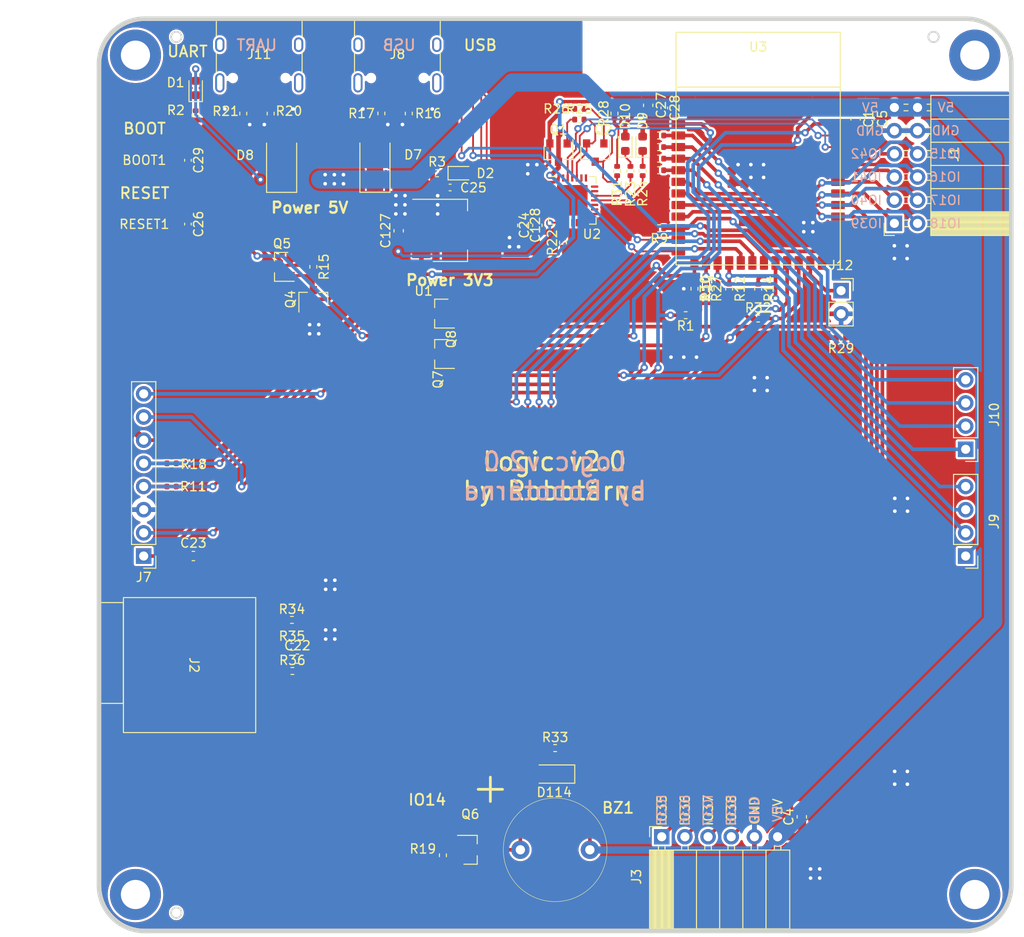
<source format=kicad_pcb>
(kicad_pcb (version 20211014) (generator pcbnew)
  (layers (0 "F.Cu" signal) (31 "B.Cu" signal) (34 "B.Paste" user) (35 "F.Paste" user) (36 "B.SilkS" user "B.Silkscreen") (37 "F.SilkS" user "F.Silkscreen") (38 "B.Mask" user) (39 "F.Mask" user) (44 "Edge.Cuts" user))
  (net 0 "")
  (net 1 "Net-(D1-Pad1)")
  (net 2 "Net-(D2-Pad1)")
  (net 3 "Net-(D10-Pad1)")
  (net 4 "/elektronika.sch/5V")
  (net 5 "Net-(Q2-Pad2)")
  (net 6 "Net-(Q2-Pad1)")
  (net 7 "Net-(D7-Pad2)")
  (net 8 "Net-(Q4-Pad3)")
  (net 9 "Net-(D8-Pad2)")
  (net 10 "Net-(D9-Pad1)")
  (net 26 "/elektronika.sch/GND")
  (net 27 "/elektronika.sch/3V3")
  (net 28 "/elektronika.sch/DATA_HERNI_LED")
  (net 29 "/elektronika.sch/DATA_ZADANI_LED")
  (net 30 "/elektronika.sch/SENZOR_SVETLA")
  (net 31 "Net-(BZ1-Pad2)")
  (net 32 "/elektronika.sch/SW_7")
  (net 33 "/elektronika.sch/SW_10")
  (net 34 "/elektronika.sch/SW_9")
  (net 35 "/elektronika.sch/SW_11")
  (net 36 "/elektronika.sch/SW_8")
  (net 37 "/elektronika.sch/SW_3")
  (net 38 "/elektronika.sch/SW_4")
  (net 39 "/elektronika.sch/IO35")
  (net 40 "/elektronika.sch/IO15")
  (net 41 "/elektronika.sch/IO36")
  (net 42 "/elektronika.sch/IO16")
  (net 43 "/elektronika.sch/IO37")
  (net 44 "/elektronika.sch/IO17")
  (net 45 "/elektronika.sch/IO38")
  (net 46 "/elektronika.sch/IO18")
  (net 47 "/elektronika.sch/IO39")
  (net 48 "/elektronika.sch/IO40")
  (net 49 "/elektronika.sch/IO41")
  (net 50 "/elektronika.sch/IO42")
  (net 51 "Net-(J8-PadA5)")
  (net 52 "/elektronika.sch/ESP+programing/D+")
  (net 53 "/elektronika.sch/ESP+programing/D-")
  (net 55 "Net-(J8-PadB5)")
  (net 57 "Net-(J11-PadA5)")
  (net 59 "Net-(J11-PadB5)")
  (net 61 "/elektronika.sch/ESP+programing/IO48")
  (net 62 "/elektronika.sch/ZAPINANI_1_CAST_LED")
  (net 63 "/elektronika.sch/PIEZO")
  (net 64 "/elektronika.sch/DATA_ZADANI_LED_LS")
  (net 65 "/elektronika.sch/DATA_HERNI_LED_LS")
  (net 66 "Net-(R22-Pad2)")
  (net 67 "Net-(R23-Pad2)")
  (net 68 "Net-(R24-Pad2)")
  (net 69 "/elektronika.sch/ESP+programing/TX_ESP")
  (net 70 "/elektronika.sch/ESP+programing/RX_ESP")
  (net 71 "/elektronika.sch/ESP+programing/D+_UART")
  (net 72 "/elektronika.sch/ESP+programing/D-_UART")
  (net 73 "/elektronika.sch/V_LED")
  (net 74 "/elektronika.sch/SW_2")
  (net 75 "/elektronika.sch/EN")
  (net 76 "/elektronika.sch/SW_5")
  (net 77 "/elektronika.sch/ESP+programing/IO03-PD")
  (net 78 "/elektronika.sch/SW_12")
  (net 79 "Net-(R25-Pad1)")
  (net 80 "Net-(R26-Pad2)")
  (net 81 "/elektronika.sch/ESP+programing/IO11")
  (net 82 "/elektronika.sch/ESP+programing/IO12")
  (net 83 "/elektronika.sch/ESP+programing/IO13")
  (footprint "Resistor_SMD:R_0402_1005Metric" (layer "F.Cu") (at 134.0075 141.0075 90)
    (fp_text reference "R19")
    (fp_text value "100k")
  )
  (footprint "my_library:TF-01A" (layer "F.Cu") (at 106.2375 120.16 -90)
    (fp_text reference "J2")
    (fp_text value "Micro_SD_Card")
  )
  (footprint "Package_TO_SOT_SMD:SOT-23" (layer "F.Cu") (at 137.0075 140.4075)
    (fp_text reference "Q6")
    (fp_text value "Q_NMOS_GSD")
  )
  (footprint "Diode_SMD:D_SOD-123" (layer "F.Cu") (at 146.2075 132.1075 180)
    (fp_text reference "D114")
    (fp_text value "D_Schottky")
  )
  (footprint "Resistor_SMD:R_0402_1005Metric" (layer "F.Cu") (at 130.2675 59.7025 90)
    (fp_text reference "R16")
    (fp_text value "5k1")
  )
  (footprint "Resistor_SMD:R_0402_1005Metric" (layer "F.Cu") (at 127.2625 59.6925 90)
    (fp_text reference "R17")
    (fp_text value "5k1")
  )
  (footprint "Connector_PinSocket_2.54mm:PinSocket_1x06_P2.54mm_Horizontal" (layer "F.Cu") (at 157.9925 138.9775 90)
    (fp_text reference "J3")
    (fp_text value "Conn_01x06")
  )
  (footprint "Capacitor_SMD:C_0603_1608Metric" (layer "F.Cu") (at 144.3575 71.9575 90)
    (fp_text reference "C24")
    (fp_text value "10u")
  )
  (footprint "Robotarna_KiCad_Library:ESP32-S3-WROOM" (layer "F.Cu") (at 168.5625 58.3025)
    (fp_text reference "U3")
    (fp_text value "ESP32-S3-WROOM")
  )
  (footprint "Capacitor_SMD:C_0402_1005Metric" (layer "F.Cu") (at 134.7975 67.8125)
    (fp_text reference "C25")
    (fp_text value "100n")
  )
  (footprint "LED_SMD:LED_0603_1608Metric" (layer "F.Cu") (at 136.055 66.2425)
    (fp_text reference "D2")
    (fp_text value "green")
  )
  (footprint "Capacitor_SMD:C_0603_1608Metric" (layer "F.Cu") (at 179.2375 60.2825 -90)
    (fp_text reference "C1")
    (fp_text value "10uF")
  )
  (footprint "Capacitor_SMD:C_0603_1608Metric" (layer "F.Cu") (at 173.3475 136.7925 90)
    (fp_text reference "C4")
    (fp_text value "10uF")
  )
  (footprint "LED_SMD:LED_0603_1608Metric" (layer "F.Cu") (at 154.0025 63.015 90)
    (fp_text reference "D10")
    (fp_text value "green")
  )
  (footprint "Capacitor_SMD:C_0603_1608Metric" (layer "F.Cu") (at 180.7475 60.2825 -90)
    (fp_text reference "C5")
    (fp_text value "10uF")
  )
  (footprint "LED_SMD:LED_0603_1608Metric" (layer "F.Cu") (at 106.9075 56.9075 90)
    (fp_text reference "D1")
    (fp_text value "green")
  )
  (footprint "Package_TO_SOT_SMD:SOT-23" (layer "F.Cu") (at 150.7025 63.9825 -90)
    (fp_text reference "Q2")
    (fp_text value "Q_NPN_BEC")
  )
  (footprint "Resistor_SMD:R_0402_1005Metric" (layer "F.Cu") (at 119.8025 76.5075 -90)
    (fp_text reference "R15")
    (fp_text value "100k")
  )
  (footprint "Package_TO_SOT_SMD:SOT-23" (layer "F.Cu") (at 116.3075 76.5125 180)
    (fp_text reference "Q5")
    (fp_text value "Q_PMOS_GSD")
  )
  (footprint "Resistor_SMD:R_0402_1005Metric" (layer "F.Cu") (at 133.3675 66.2475)
    (fp_text reference "R3")
    (fp_text value "10k")
  )
  (footprint "Resistor_SMD:R_0402_1005Metric" (layer "F.Cu") (at 157.6975 64.6475)
    (fp_text reference "R7" hide)
    (fp_text value "10k")
  )
  (footprint "Resistor_SMD:R_0402_1005Metric" (layer "F.Cu") (at 164.1075 78.9075 90)
    (fp_text reference "R10")
    (fp_text value "10k")
  )
  (footprint "Resistor_SMD:R_0402_1005Metric" (layer "F.Cu") (at 168.5625 78.9125 90)
    (fp_text reference "R14")
    (fp_text value "10k")
  )
  (footprint "Package_TO_SOT_SMD:SOT-23" (layer "F.Cu") (at 119.8025 80.0625 90)
    (fp_text reference "Q4")
    (fp_text value "Q_NMOS_GSD")
  )
  (footprint "Resistor_SMD:R_0402_1005Metric" (layer "F.Cu") (at 157.6975 72.2775)
    (fp_text reference "R9")
    (fp_text value "10k")
  )
  (footprint "my_library:PIEZO" (layer "F.Cu") (at 146.3075 140.4075 -90)
    (fp_text reference "BZ1")
    (fp_text value "Buzzer")
  )
  (footprint "Package_DFN_QFN:QFN-28-1EP_5x5mm_P0.5mm_EP3.35x3.35mm" (layer "F.Cu") (at 148.1875 69.2175)
    (fp_text reference "U2")
    (fp_text value "CP2102N-A01-GQFN28")
  )
  (footprint "Package_TO_SOT_SMD:SOT-23" (layer "F.Cu") (at 146.6775 63.9875 -90)
    (fp_text reference "Q1")
    (fp_text value "Q_NPN_BEC")
  )
  (footprint "MountingHole:MountingHole_3.2mm_M3_DIN965_Pad" (layer "F.Cu") (at 100.3075 53.3075)
    (fp_text reference "H1" hide)
    (fp_text value "MountingHole")
  )
  (footprint "MountingHole:MountingHole_3.2mm_M3_DIN965_Pad" (layer "F.Cu") (at 192.3075 53.3075)
    (fp_text reference "H2" hide)
    (fp_text value "MountingHole")
  )
  (footprint "Resistor_SMD:R_0402_1005Metric" (layer "F.Cu") (at 106.9075 59.9075 90)
    (fp_text reference "R2")
    (fp_text value "10k")
  )
  (footprint "MountingHole:MountingHole_3.2mm_M3_DIN965_Pad" (layer "F.Cu") (at 100.3075 145.3075)
    (fp_text reference "H3" hide)
    (fp_text value "MountingHole")
  )
  (footprint "Resistor_SMD:R_0402_1005Metric" (layer "F.Cu") (at 157.6975 65.9225)
    (fp_text reference "R8" hide)
    (fp_text value "10k")
  )
  (footprint "MountingHole:MountingHole_3.2mm_M3_DIN965_Pad" (layer "F.Cu") (at 192.3075 145.3075)
    (fp_text reference "H4" hide)
    (fp_text value "MountingHole")
  )
  (footprint "Package_TO_SOT_SMD:SOT-23" (layer "F.Cu") (at 133.8625 81.6325 180)
    (fp_text reference "Q8")
    (fp_text value "Q_NMOS_GSD")
  )
  (footprint "Resistor_SMD:R_0402_1005Metric" (layer "F.Cu") (at 165.3775 78.9075 90)
    (fp_text reference "R12")
    (fp_text value "10k")
  )
  (footprint "Resistor_SMD:R_0402_1005Metric" (layer "F.Cu") (at 104.2725 98.0475 180)
    (fp_text reference "R18")
    (fp_text value "10k")
  )
  (footprint "Package_TO_SOT_SMD:SOT-23" (layer "F.Cu") (at 133.8675 86.0625 180)
    (fp_text reference "Q7")
    (fp_text value "Q_NMOS_GSD")
  )
  (footprint "Resistor_SMD:R_0402_1005Metric" (layer "F.Cu") (at 157.6975 62.1125)
    (fp_text reference "R4" hide)
    (fp_text value "10k")
  )
  (footprint "Resistor_SMD:R_0402_1005Metric" (layer "F.Cu") (at 104.2675 100.5925 180)
    (fp_text reference "R11")
    (fp_text value "10k")
  )
  (footprint "Package_TO_SOT_SMD:SOT-223-3_TabPin2" (layer "F.Cu") (at 134.7975 72.5125)
    (fp_text reference "U1")
    (fp_text value "AMS1117-3.3")
  )
  (footprint "Connector_PinHeader_2.54mm:PinHeader_1x08_P2.54mm_Vertical" (layer "F.Cu") (at 101.2075 108.2075 180)
    (fp_text reference "J7")
    (fp_text value "Conn_01x08")
  )
  (footprint "Connector_USB:USB_C_Receptacle_HRO_TYPE-C-31-M-12" (layer "F.Cu") (at 129.0175 53.2075 180)
    (fp_text reference "J8")
    (fp_text value "USB_C_Receptacle_USB2.0")
  )
  (footprint "Connector_PinHeader_2.54mm:PinHeader_1x04_P2.54mm_Vertical" (layer "F.Cu") (at 191.3075 108.2075 180)
    (fp_text reference "J9")
    (fp_text value "Conn_01x04")
  )
  (footprint "Connector_PinHeader_2.54mm:PinHeader_1x04_P2.54mm_Vertical" (layer "F.Cu") (at 191.3075 96.5075 180)
    (fp_text reference "J10")
    (fp_text value "Conn_01x04")
  )
  (footprint "my_library:Tactile_switch" (layer "F.Cu") (at 101.3075 64.8225)
    (fp_text reference "BOOT1")
    (fp_text value "button")
  )
  (footprint "Diode_SMD:D_SMA" (layer "F.Cu") (at 126.5575 64.9375 90)
    (fp_text reference "D7")
    (fp_text value "DIODE")
  )
  (footprint "Resistor_SMD:R_0402_1005Metric" (layer "F.Cu") (at 157.6925 63.3825)
    (fp_text reference "R6" hide)
    (fp_text value "10k")
  )
  (footprint "LED_SMD:LED_0603_1608Metric" (layer "F.Cu") (at 155.9025 63.015 90)
    (fp_text reference "D9")
    (fp_text value "green")
  )
  (footprint "Resistor_SMD:R_0402_1005Metric" (layer "F.Cu") (at 112.1225 59.7075 90)
    (fp_text reference "R21")
    (fp_text value "5k1")
  )
  (footprint "Capacitor_SMD:C_0603_1608Metric" (layer "F.Cu") (at 142.7075 71.9575 -90)
    (fp_text reference "C128")
    (fp_text value "10u")
  )
  (footprint "Capacitor_SMD:C_0603_1608Metric" (layer "F.Cu") (at 156.5075 58.8025 -90)
    (fp_text reference "C27")
    (fp_text value "10u")
  )
  (footprint "Resistor_SMD:R_0402_1005Metric" (layer "F.Cu") (at 148.9625 59.1925 180)
    (fp_text reference "R26")
    (fp_text value "10k")
  )
  (footprint "Resistor_SMD:R_0402_1005Metric" (layer "F.Cu") (at 117.4575 115.2075)
    (fp_text reference "R34")
    (fp_text value "10k")
  )
  (footprint "Capacitor_SMD:C_0402_1005Metric" (layer "F.Cu") (at 158.2725 59.0925 -90)
    (fp_text reference "C28")
    (fp_text value "100n")
  )
  (footprint "Resistor_SMD:R_0402_1005Metric" (layer "F.Cu") (at 146.3075 129.2575)
    (fp_text reference "R33")
    (fp_text value "10k")
  )
  (footprint "my_library:Tactile_switch" (layer "F.Cu") (at 101.3075 71.8225)
    (fp_text reference "RESET1")
    (fp_text value "button")
  )
  (footprint "Resistor_SMD:R_0402_1005Metric" (layer "F.Cu") (at 177.6425 84.2725 180)
    (fp_text reference "R29")
    (fp_text value "10k")
  )
  (footprint "Resistor_SMD:R_0402_1005Metric" (layer "F.Cu") (at 117.4675 118.1575)
    (fp_text reference "R35")
    (fp_text value "10k")
  )
  (footprint "Resistor_SMD:R_0402_1005Metric" (layer "F.Cu") (at 153.1025 66.0075 -90)
    (fp_text reference "R31")
    (fp_text value "10k")
  )
  (footprint "Resistor_SMD:R_0402_1005Metric" (layer "F.Cu") (at 160.6175 81.8075 180)
    (fp_text reference "R1")
    (fp_text value "10k")
  )
  (footprint "Resistor_SMD:R_0402_1005Metric" (layer "F.Cu") (at 155.9025 66.0025 -90)
    (fp_text reference "R24")
    (fp_text value "10k")
  )
  (footprint "Connector_USB:USB_C_Receptacle_HRO_TYPE-C-31-M-12" (layer "F.Cu") (at 113.8725 53.2075 180)
    (fp_text reference "J11")
    (fp_text value "USB_C_Receptacle_USB2.0")
  )
  (footprint "Resistor_SMD:R_0402_1005Metric" (layer "F.Cu") (at 117.5075 120.8075)
    (fp_text reference "R36")
    (fp_text value "10k")
  )
  (footprint "Capacitor_SMD:C_0603_1608Metric" (layer "F.Cu") (at 129.1575 72.5575 90)
    (fp_text reference "C127")
    (fp_text value "10u")
  )
  (footprint "Diode_SMD:D_SMA" (layer "F.Cu") (at 116.3275 64.9425 90)
    (fp_text reference "D8")
    (fp_text value "DIODE")
  )
  (footprint "Capacitor_SMD:C_0402_1005Metric" (layer "F.Cu") (at 106.0575 64.8275 -90)
    (fp_text reference "C29")
    (fp_text value "1u")
  )
  (footprint "Resistor_SMD:R_0402_1005Metric" (layer "F.Cu") (at 154.5625 66.0075 -90)
    (fp_text reference "R23")
    (fp_text value "10k")
  )
  (footprint "Resistor_SMD:R_0402_1005Metric" (layer "F.Cu") (at 168.5625 82.1725)
    (fp_text reference "R32")
    (fp_text value "10k")
  )
  (footprint "Capacitor_SMD:C_0603_1608Metric" (layer "F.Cu") (at 106.6575 108.2075)
    (fp_text reference "C23")
    (fp_text value "10u")
  )
  (footprint "Resistor_SMD:R_0402_1005Metric" (layer "F.Cu") (at 162.8425 78.9075 -90)
    (fp_text reference "R27")
    (fp_text value "10k")
  )
  (footprint "Resistor_SMD:R_0402_1005Metric" (layer "F.Cu") (at 161.5825 78.9075 -90)
    (fp_text reference "R30")
    (fp_text value "10k")
  )
  (footprint "Connector_PinSocket_2.54mm:PinSocket_2x06_P2.54mm_Horizontal" (layer "F.Cu") (at 183.4925 71.7425 180)
    (fp_text reference "J1")
    (fp_text value "Conn_02x06_Odd_Even")
  )
  (footprint "Capacitor_SMD:C_0402_1005Metric" (layer "F.Cu") (at 106.0575 71.8225 -90)
    (fp_text reference "C26")
    (fp_text value "1u")
  )
  (footprint "Capacitor_SMD:C_0603_1608Metric" (layer "F.Cu") (at 118.0575 119.4575)
    (fp_text reference "C22")
    (fp_text value "10u")
  )
  (footprint "Connector_PinSocket_2.54mm:PinSocket_1x02_P2.54mm_Vertical" (layer "F.Cu") (at 177.6525 79.1175)
    (fp_text reference "J12")
    (fp_text value "Conn_01x02")
  )
  (footprint "Resistor_SMD:R_0402_1005Metric" (layer "F.Cu") (at 148.9625 60.3625)
    (fp_text reference "R25")
    (fp_text value "10k")
  )
  (footprint "Resistor_SMD:R_0402_1005Metric" (layer "F.Cu") (at 147.1725 73.8475 90)
    (fp_text reference "R22")
    (fp_text value "10k")
  )
  (footprint "Resistor_SMD:R_0402_1005Metric" (layer "F.Cu") (at 152.8125 59.6975 90)
    (fp_text reference "R28")
    (fp_text value "10k")
  )
  (footprint "Resistor_SMD:R_0402_1005Metric" (layer "F.Cu") (at 115.1275 59.7075 90)
    (fp_text reference "R20")
    (fp_text value "5k1")
  )
  (gr_arc (start 196.3075 144.3075) (mid 194.843034 147.843034) (end 191.3075 149.3075) (layer "Edge.Cuts") (width 0.5))
  (gr_line (start 191.3075 149.3075) (end 101.3075 149.3075) (layer "Edge.Cuts") (width 0.5))
  (gr_line (start 96.3075 144.3075) (end 96.3075 54.3075) (layer "Edge.Cuts") (width 0.5))
  (gr_arc (start 96.3075 54.3075) (mid 97.771966 50.771966) (end 101.3075 49.3075) (layer "Edge.Cuts") (width 0.5))
  (gr_line (start 101.3075 49.3075) (end 191.3075 49.3075) (layer "Edge.Cuts") (width 0.5))
  (gr_arc (start 191.3075 49.3075) (mid 194.843034 50.771966) (end 196.3075 54.3075) (layer "Edge.Cuts") (width 0.5))
  (gr_line (start 196.3075 54.3075) (end 196.3075 144.3075) (layer "Edge.Cuts") (width 0.5))
  (gr_arc (start 101.3075 149.3075) (mid 97.771966 147.843034) (end 96.3075 144.3075) (layer "Edge.Cuts") (width 0.5))
  (gr_circle (center 104.7875 147.3075) (end 105.3635 147.3075) (layer "Edge.Cuts") (width 0.2) (fill none))
  (gr_circle (center 104.7875 51.3075) (end 105.3635 51.3075) (layer "Edge.Cuts") (width 0.2) (fill none))
  (gr_circle (center 187.7875 51.3075) (end 188.3635 51.3075) (layer "Edge.Cuts") (width 0.2) (fill none))
  (gr_text "GND" (at 180.8125 61.6075) (layer "B.SilkS") (effects (font (size 1 1)) (justify mirror)))
  (gr_text "USB" (at 129.2075 52.2075) (layer "B.SilkS") (effects (font (size 1.2 1.2) (thickness 0.2)) (justify mirror)))
  (gr_text "IO18" (at 189.0825 71.7575) (layer "B.SilkS") (effects (font (size 1 1)) (justify mirror)))
  (gr_text "IO37" (at 163.0725 136.0675 90) (layer "B.SilkS") (effects (font (size 1 1)) (justify mirror)))
  (gr_text "UART" (at 113.6075 52.2075) (layer "B.SilkS") (effects (font (size 1.2 1.2) (thickness 0.2)) (justify mirror)))
  (gr_text "IO38" (at 165.6025 136.0575 90) (layer "B.SilkS") (effects (font (size 1 1)) (justify mirror)))
  (gr_text "5V" (at 180.8425 59.0725) (layer "B.SilkS") (effects (font (size 1 1)) (justify mirror)))
  (gr_text "IO15" (at 189.0775 64.1225) (layer "B.SilkS") (effects (font (size 1 1)) (justify mirror)))
  (gr_text "5V" (at 170.6875 136.4525 90) (layer "B.SilkS") (effects (font (size 1 1)) (justify mirror)))
  (gr_text "IO35" (at 157.9925 136.0525 90) (layer "B.SilkS") (effects (font (size 1 1)) (justify mirror)))
  (gr_text "IO17" (at 189.0725 69.2125) (layer "B.SilkS") (effects (font (size 1 1)) (justify mirror)))
  (gr_text "IO39" (at 180.4225 71.7575) (layer "B.SilkS") (effects (font (size 1 1)) (justify mirror)))
  (gr_text "IO16" (at 189.0475 66.6575) (layer "B.SilkS") (effects (font (size 1 1)) (justify mirror)))
  (gr_text "IO40" (at 180.4125 69.2125) (layer "B.SilkS") (effects (font (size 1 1)) (justify mirror)))
  (gr_text "IO36" (at 160.5325 136.0625 90) (layer "B.SilkS") (effects (font (size 1 1)) (justify mirror)))
  (gr_text "IO42" (at 180.4175 64.1225) (layer "B.SilkS") (effects (font (size 1 1)) (justify mirror)))
  (gr_text "IO41" (at 180.3875 66.6575) (layer "B.SilkS") (effects (font (size 1 1)) (justify mirror)))
  (gr_text "GND" (at 168.1575 136.0225 90) (layer "B.SilkS") (effects (font (size 1 1)) (justify mirror)))
  (gr_text "Logic v2.0\nby Robotárna" (at 146.2575 99.4575) (layer "B.SilkS") (effects (font (size 2 2) (thickness 0.3)) (justify mirror)))
  (gr_text "5V" (at 189.1525 59.0475) (layer "B.SilkS") (effects (font (size 1 1)) (justify mirror)))
  (gr_text "GND" (at 189.1225 61.5825) (layer "B.SilkS") (effects (font (size 1 1)) (justify mirror)))
  (gr_text "RESET\n" (at 101.3025 68.4325) (layer "F.SilkS") (effects (font (size 1.2 1.2) (thickness 0.2))))
  (gr_text "Power 5V\n" (at 119.4075 70.0225) (layer "F.SilkS") (effects (font (size 1.2 1.2) (thickness 0.25))))
  (gr_text "Power 3V3" (at 134.7675 77.9675) (layer "F.SilkS") (effects (font (size 1.2 1.2) (thickness 0.25))))
  (gr_text "+" (at 139.2075 133.5075) (layer "F.SilkS") (effects (font (size 3.5 3.5) (thickness 0.3))))
  (gr_text "BOOT" (at 101.3025 61.3575) (layer "F.SilkS") (effects (font (size 1.2 1.2) (thickness 0.2))))
  (gr_text "5V" (at 170.7125 135.6925 90) (layer "F.SilkS") (effects (font (size 1 1))))
  (gr_text "IO14" (at 132.2875 134.9275) (layer "F.SilkS") (effects (font (size 1.2 1.2) (thickness 0.2))))
  (gr_text "UART" (at 106.0075 52.9075) (layer "F.SilkS") (effects (font (size 1.2 1.2) (thickness 0.2))))
  (gr_text "IO37" (at 163.0975 136.0775 90) (layer "F.SilkS") (effects (font (size 1 1))))
  (gr_text "IO35" (at 158.0175 136.0925 90) (layer "F.SilkS") (effects (font (size 1 1))))
  (gr_text "IO38" (at 165.6275 136.0875 90) (layer "F.SilkS") (effects (font (size 1 1))))
  (gr_text "GND" (at 168.1825 136.1225 90) (layer "F.SilkS") (effects (font (size 1 1))))
  (gr_text "Logic v2.0\nby Robotárna" (at 146.2575 99.4575) (layer "F.SilkS") (effects (font (size 2 2) (thickness 0.3))))
  (gr_text "IO36" (at 160.5575 136.0825 90) (layer "F.SilkS") (effects (font (size 1 1))))
  (gr_text "USB" (at 138.1075 52.2075) (layer "F.SilkS") (effects (font (size 1.2 1.2) (thickness 0.2))))
  (segment (start 106.9075 59.3975) (end 106.9075 57.695) (width 0.3) (layer "F.Cu") (net 1))
  (segment (start 133.8775 66.2475) (end 135.2625 66.2475) (width 0.4) (layer "F.Cu") (net 2))
  (segment (start 135.2625 66.2475) (end 135.2675 66.2425) (width 0.4) (layer "F.Cu") (net 2))
  (segment (start 154.5625 65.4975) (end 154.5625 65.0175) (width 0.2) (layer "F.Cu") (net 3))
  (segment (start 154.0025 64.4575) (end 154.0025 63.8025) (width 0.2) (layer "F.Cu") (net 3))
  (segment (start 154.5625 65.0175) (end 154.0025 64.4575) (width 0.2) (layer "F.Cu") (net 3))
  (segment (start 147.3575 129.2575) (end 146.8175 129.2575) (width 0.4) (layer "F.Cu") (net 4))
  (segment (start 181.6925 58.4775) (end 181.4375 58.4775) (width 0.4) (layer "F.Cu") (net 4))
  (segment (start 106.9075 54.8175) (end 106.9075 56.12) (width 0.3) (layer "F.Cu") (net 4))
  (segment (start 180.7475 58.4875) (end 180.7475 59.5075) (width 0.4) (layer "F.Cu") (net 4))
  (segment (start 150.1175 140.4075) (end 150.1175 133.1625) (width 0.4) (layer "F.Cu") (net 4))
  (segment (start 181.4375 58.4775) (end 179.5625 58.4775) (width 0.4) (layer "F.Cu") (net 4))
  (segment (start 179.2375 58.8025) (end 179.2375 59.5075) (width 0.4) (layer "F.Cu") (net 4))
  (segment (start 149.0625 132.1075) (end 147.8575 132.1075) (width 0.4) (layer "F.Cu") (net 4))
  (segment (start 147.8575 129.7575) (end 147.3575 129.2575) (width 0.4) (layer "F.Cu") (net 4))
  (segment (start 183.4925 59.0425) (end 182.2575 59.0425) (width 0.4) (layer "F.Cu") (net 4))
  (segment (start 146.6875 71.6675) (end 145.7475 71.6675) (width 0.2) (layer "F.Cu") (net 4))
  (segment (start 172.7675 138.9775) (end 173.3475 138.3975) (width 0.8) (layer "F.Cu") (net 4))
  (segment (start 116.3275 66.9425) (end 114.0125 66.9425) (width 0.3) (layer "F.Cu") (net 4))
  (segment (start 170.6925 138.9775) (end 172.7675 138.9775) (width 0.8) (layer "F.Cu") (net 4))
  (segment (start 182.2575 59.0425) (end 181.6925 58.4775) (width 0.4) (layer "F.Cu") (net 4))
  (segment (start 180.7575 58.4775) (end 180.7475 58.4875) (width 0.4) (layer "F.Cu") (net 4))
  (segment (start 150.1175 133.1625) (end 149.0625 132.1075) (width 0.4) (layer "F.Cu") (net 4))
  (segment (start 181.4375 58.4775) (end 180.7575 58.4775) (width 0.4) (layer "F.Cu") (net 4))
  (segment (start 147.8575 132.1075) (end 147.8575 129.7575) (width 0.4) (layer "F.Cu") (net 4))
  (segment (start 179.5625 58.4775) (end 179.2375 58.8025) (width 0.4) (layer "F.Cu") (net 4))
  (segment (start 145.7475 71.6675) (end 145.7075 71.7075) (width 0.2) (layer "F.Cu") (net 4))
  (segment (start 173.3475 138.3975) (end 173.3475 137.5675) (width 0.8) (layer "F.Cu") (net 4))
  (via (at 121.0975 67.4025) (size 0.8) (drill 0.4) (layers "F.Cu" "B.Cu") (net 4))
  (via (at 123.1075 67.4075) (size 0.8) (drill 0.4) (layers "F.Cu" "B.Cu") (net 4))
  (via (at 114.0125 66.9425) (size 0.8) (drill 0.4) (layers "F.Cu" "B.Cu") (net 4))
  (via (at 123.1075 66.4075) (size 0.8) (drill 0.4) (layers "F.Cu" "B.Cu") (net 4))
  (via (at 122.1075 67.4075) (size 0.8) (drill 0.4) (layers "F.Cu" "B.Cu") (net 4))
  (via (at 122.1075 66.4075) (size 0.8) (drill 0.4) (layers "F.Cu" "B.Cu") (net 4))
  (via (at 145.7075 71.7075) (size 0.8) (drill 0.4) (layers "F.Cu" "B.Cu") (net 4))
  (via (at 121.0975 66.4025) (size 0.8) (drill 0.4) (layers "F.Cu" "B.Cu") (net 4))
  (via (at 106.9075 54.8175) (size 0.8) (drill 0.4) (layers "F.Cu" "B.Cu") (net 4))
  (via (at 129.1075 74.8075) (size 0.8) (drill 0.4) (layers "F.Cu" "B.Cu") (net 4))
  (segment (start 186.0325 59.0425) (end 183.4925 59.0425) (width 2) (layer "B.Cu") (net 4))
  (segment (start 170.6925 138.9775) (end 169.2425 140.4275) (width 0.8) (layer "B.Cu") (net 4))
  (segment (start 194.3175 64.7325) (end 188.6275 59.0425) (width 2) (layer "B.Cu") (net 4))
  (segment (start 141.6325 56.3075) (end 131.0025 66.9375) (width 2) (layer "B.Cu") (net 4))
  (segment (start 152.0275 59.0425) (end 149.2925 56.3075) (width 2) (layer "B.Cu") (net 4))
  (segment (start 129.6075 75.3075) (end 129.1075 74.8075) (width 0.3) (layer "B.Cu") (net 4))
  (segment (start 145.7075 72.9075) (end 143.3075 75.3075) (width 0.3) (layer "B.Cu") (net 4))
  (segment (start 145.7075 71.7075) (end 145.7075 72.9075) (width 0.3) (layer "B.Cu") (net 4))
  (segment (start 114.0125 66.9425) (end 106.9075 59.8375) (width 0.3) (layer "B.Cu") (net 4))
  (segment (start 194.3175 115.3525) (end 194.3175 64.7325) (width 2) (layer "B.Cu") (net 4))
  (segment (start 169.2425 140.4275) (end 150.1375 140.4275) (width 0.8) (layer "B.Cu") (net 4))
  (segment (start 183.4925 59.0425) (end 152.0275 59.0425) (width 2) (layer "B.Cu") (net 4))
  (segment (start 131.0025 66.9375) (end 120.5575 66.9375) (width 2) (layer "B.Cu") (net 4))
  (segment (start 170.6925 138.9775) (end 194.3175 115.3525) (width 2) (layer "B.Cu") (net 4))
  (segment (start 150.1375 140.4275) (end 150.1175 140.4075) (width 0.8) (layer "B.Cu") (net 4))
  (segment (start 188.6275 59.0425) (end 186.0325 59.0425) (width 2) (layer "B.Cu") (net 4))
  (segment (start 149.2925 56.3075) (end 141.6325 56.3075) (width 2) (layer "B.Cu") (net 4))
  (segment (start 143.3075 75.3075) (end 129.6075 75.3075) (width 0.3) (layer "B.Cu") (net 4))
  (segment (start 106.9075 59.8375) (end 106.9075 54.8175) (width 0.3) (layer "B.Cu") (net 4))
  (segment (start 150.395 62.9825) (end 149.7525 62.9825) (width 0.2) (layer "F.Cu") (net 5))
  (segment (start 148.6875 65.0975) (end 149.7525 64.0325) (width 0.2) (layer "F.Cu") (net 5))
  (segment (start 150.7075 62.67) (end 150.395 62.9825) (width 0.2) (layer "F.Cu") (net 5))
  (segment (start 148.6875 66.7675) (end 148.6875 65.0975) (width 0.2) (layer "F.Cu") (net 5))
  (segment (start 149.4725 60.3625) (end 149.9925 60.3625) (width 0.2) (layer "F.Cu") (net 5))
  (segment (start 149.7525 64.0325) (end 149.7525 62.9825) (width 0.2) (layer "F.Cu") (net 5))
  (segment (start 150.7075 61.0775) (end 150.7075 62.67) (width 0.2) (layer "F.Cu") (net 5))
  (segment (start 149.9925 60.3625) (end 150.7075 61.0775) (width 0.2) (layer "F.Cu") (net 5))
  (segment (start 150.2525 59.1925) (end 150.4575 59.3975) (width 0.2) (layer "F.Cu") (net 6))
  (segment (start 151.6525 62.9825) (end 151.6525 60.5925) (width 0.2) (layer "F.Cu") (net 6))
  (segment (start 149.4725 59.1925) (end 150.2525 59.1925) (width 0.2) (layer "F.Cu") (net 6))
  (segment (start 151.6525 60.5925) (end 150.4575 59.3975) (width 0.2) (layer "F.Cu") (net 6))
  (segment (start 119.485 77.865) (end 119.0825 77.4625) (width 0.3) (layer "F.Cu") (net 8))
  (segment (start 119.8025 77.5475) (end 119.485 77.865) (width 0.3) (layer "F.Cu") (net 8))
  (segment (start 119.0825 77.4625) (end 117.3075 77.4625) (width 0.3) (layer "F.Cu") (net 8))
  (segment (start 119.8025 77.0175) (end 119.8025 77.5475) (width 0.3) (layer "F.Cu") (net 8))
  (segment (start 119.8025 78.1825) (end 119.485 77.865) (width 0.3) (layer "F.Cu") (net 8))
  (segment (start 119.8025 79.0625) (end 119.8025 78.1825) (width 0.3) (layer "F.Cu") (net 8))
  (segment (start 155.9025 65.4925) (end 155.9025 63.8025) (width 0.2) (layer "F.Cu") (net 10))
  (segment (start 115.1275 60.2175) (end 114.4325 60.9125) (width 0.3) (layer "F.Cu") (net 26))
  (segment (start 131.6475 67.8125) (end 131.6475 66.7525) (width 0.4) (layer "F.Cu") (net 26))
  (segment (start 143.3075 67.2075) (end 143.3075 66.3075) (width 0.2) (layer "F.Cu") (net 26))
  (segment (start 127.2625 60.2025) (end 127.9675 60.9075) (width 0.3) (layer "F.Cu") (net 26))
  (segment (start 144.8175 68.7175) (end 143.3075 67.2075) (width 0.2) (layer "F.Cu") (net 26))
  (segment (start 132.1525 66.2475) (end 132.8575 66.2475) (width 0.4) (layer "F.Cu") (net 26))
  (segment (start 148.1875 69.2175) (end 147.6875 68.7175) (width 0.2) (layer "F.Cu") (net 26))
  (segment (start 134.3175 67.8125) (end 131.6475 67.8125) (width 0.4) (layer "F.Cu") (net 26))
  (segment (start 145.7375 68.7175) (end 144.8175 68.7175) (width 0.2) (layer "F.Cu") (net 26))
  (segment (start 147.6875 68.7175) (end 145.7375 68.7175) (width 0.2) (layer "F.Cu") (net 26))
  (segment (start 130.2675 60.2125) (end 129.5725 60.9075) (width 0.3) (layer "F.Cu") (net 26))
  (segment (start 112.1225 60.2075) (end 112.8275 60.9125) (width 0.3) (layer "F.Cu") (net 26))
  (segment (start 131.6475 66.7525) (end 132.1525 66.2475) (width 0.4) (layer "F.Cu") (net 26))
  (segment (start 131.6475 67.8125) (end 131.6475 70.2125) (width 0.4) (layer "F.Cu") (net 26))
  (via (at 144.3075 65.3075) (size 0.8) (drill 0.4) (layers "F.Cu" "B.Cu") (net 26))
  (via (at 112.8275 60.9125) (size 0.8) (drill 0.4) (layers "F.Cu" "B.Cu") (net 26))
  (via (at 184.9175 133.2175) (size 0.8) (drill 0.4) (layers "F.Cu" "B.Cu") (net 26))
  (via (at 174.5575 72.6575) (size 0.8) (drill 0.4) (layers "F.Cu" "B.Cu") (net 26))
  (via (at 120.3975 82.8475) (size 0.8) (drill 0.4) (layers "F.Cu" "B.Cu") (net 26))
  (via (at 167.7675 66.7025) (size 0.8) (drill 0.4) (layers "F.Cu" "B.Cu") (net 26))
  (via (at 129.8475 69.7075) (size 0.8) (drill 0.4) (layers "F.Cu" "B.Cu") (net 26))
  (via (at 121.1575 117.3075) (size 0.8) (drill 0.4) (layers "F.Cu" "B.Cu") (net 26))
  (via (at 122.1575 116.3075) (size 0.8) (drill 0.4) (layers "F.Cu" "B.Cu") (net 26))
  (via (at 120.3975 83.8475) (size 0.8) (drill 0.4) (layers "F.Cu" "B.Cu") (net 26))
  (via (at 114.4325 60.9125) (size 0.8) (drill 0.4) (layers "F.Cu" "B.Cu") (net 26))
  (via (at 160.4075 78.9125) (size 0.8) (drill 0.4) (layers "F.Cu" "B.Cu") (net 26))
  (via (at 129.5725 60.9075) (size 0.8) (drill 0.4) (layers "F.Cu" "B.Cu") (net 26))
  (via (at 133.4325 69.7075) (size 0.8) (drill 0.4) (layers "F.Cu" "B.Cu") (net 26))
  (via (at 166.3625 65.3025) (size 0.8) (drill 0.4) (layers "F.Cu" "B.Cu") (net 26))
  (via (at 125.2375 59.2075) (size 0.8) (drill 0.4) (layers "F.Cu" "B.Cu") (net 26))
  (via (at 184.9325 103.2925) (size 0.8) (drill 0.4) (layers "F.Cu" "B.Cu") (net 26))
  (via (at 168.1575 90.0575) (size 0.8) (drill 0.4) (layers "F.Cu" "B.Cu") (net 26))
  (via (at 161.8075 86.4075) (size 0.8) (drill 0.4) (layers "F.Cu" "B.Cu") (net 26))
  (via (at 173.5575 72.6575) (size 0.8) (drill 0.4) (layers "F.Cu" "B.Cu") (net 26))
  (via (at 184.8875 74.2025) (size 0.8) (drill 0.4) (layers "F.Cu" "B.Cu") (net 26))
  (via (at 175.3075 142.5075) (size 0.8) (drill 0.4) (layers "F.Cu" "B.Cu") (net 26))
  (via (at 122.1575 110.8575) (size 0.8) (drill 0.4) (layers "F.Cu" "B.Cu") (net 26))
  (via (at 184.9325 101.8925) (size 0.8) (drill 0.4) (layers "F.Cu" "B.Cu") (net 26))
  (via (at 183.5275 133.2125) (size 0.8) (drill 0.4) (layers "F.Cu" "B.Cu") (net 26))
  (via (at 173.5575 71.6575) (size 0.8) (drill 0.4) (layers "F.Cu" "B.Cu") (net 26))
  (via (at 110.1075 59.2075) (size 0.8) (drill 0.4) (layers "F.Cu" "B.Cu") (net 26))
  (via (at 174.3075 142.5075) (size 0.8) (drill 0.4) (layers "F.Cu" "B.Cu") (net 26))
  (via (at 184.9175 131.8175) (size 0.8) (drill 0.4) (layers "F.Cu" "B.Cu") (net 26))
  (via (at 169.1575 65.3075) (size 0.8) (drill 0.4) (layers "F.Cu" "B.Cu") (net 26))
  (via (at 142.3075 74.3075) (size 0.8) (drill 0.4) (layers "F.Cu" "B.Cu") (net 26))
  (via (at 143.3075 66.3075) (size 0.8) (drill 0.4) (layers "F.Cu" "B.Cu") (net 26))
  (via (at 133.4325 70.7075) (size 0.8) (drill 0.4) (layers "F.Cu" "B.Cu") (net 26))
  (via (at 143.3075 65.3075) (size 0.8) (drill 0.4) (layers "F.Cu" "B.Cu") (net 26))
  (via (at 121.1575 110.8575) (size 0.8) (drill 0.4) (layers "F.Cu" "B.Cu") (net 26))
  (via (at 132.8375 59.2075) (size 0.8) (drill 0.4) (layers "F.Cu" "B.Cu") (net 26))
  (via (at 183.5375 101.8875) (size 0.8) (drill 0.4) (layers "F.Cu" "B.Cu") (net 26))
  (via (at 168.1525 88.6575) (size 0.8) (drill 0.4) (layers "F.Cu" "B.Cu") (net 26))
  (via (at 122.1575 117.3075) (size 0.8) (drill 0.4) (layers "F.Cu" "B.Cu") (net 26))
  (via (at 128.8475 69.7075) (size 0.8) (drill 0.4) (layers "F.Cu" "B.Cu") (net 26))
  (via (at 122.1575 111.8575) (size 0.8) (drill 0.4) (layers "F.Cu" "B.Cu") (net 26))
  (via (at 183.4975 75.5975) (size 0.8) (drill 0.4) (layers "F.Cu" "B.Cu") (net 26))
  (via (at 183.5425 103.2875) (size 0.8) (drill 0.4) (layers "F.Cu" "B.Cu") (net 26))
  (via (at 128.8525 68.6975) (size 0.8) (drill 0.4) (layers "F.Cu" "B.Cu") (net 26))
  (via (at 169.5475 90.0625) (size 0.8) (drill 0.4) (layers "F.Cu" "B.Cu") (net 26))
  (via (at 121.1575 111.8575) (size 0.8) (drill 0.4) (layers "F.Cu" "B.Cu") (net 26))
  (via (at 169.5475 88.6625) (size 0.8) (drill 0.4) (layers "F.Cu" "B.Cu") (net 26))
  (via (at 141.3075 74.3075) (size 0.8) (drill 0.4) (layers "F.Cu" "B.Cu") (net 26))
  (via (at 119.3975 83.8475) (size 0.8) (drill 0.4) (layers "F.Cu" "B.Cu") (net 26))
  (via (at 128.8475 70.7075) (size 0.8) (drill 0.4) (layers "F.Cu" "B.Cu") (net 26))
  (via (at 174.3075 143.5075) (size 0.8) (drill 0.4) (layers "F.Cu" "B.Cu") (net 26))
  (via (at 183.4925 74.1975) (size 0.8) (drill 0.4) (layers "F.Cu" "B.Cu") (net 26))
  (via (at 117.6075 59.2075) (size 0.8) (drill 0.4) (layers "F.Cu" "B.Cu") (net 26))
  (via (at 129.8475 70.7075) (size 0.8) (drill 0.4) (layers "F.Cu" "B.Cu") (net 26))
  (via (at 129.8525 68.6975) (size 0.8) (drill 0.4) (layers "F.Cu" "B.Cu") (net 26))
  (via (at 160.4075 86.4075) (size 0.8) (drill 0.4) (layers "F.Cu" "B.Cu") (net 26))
  (via (at 174.5575 71.6575) (size 0.8) (drill 0.4) (layers "F.Cu" "B.Cu") (net 26))
  (via (at 183.5225 131.8125) (size 0.8) (drill 0.4) (layers "F.Cu" "B.Cu") (net 26))
  (via (at 167.7625 65.3025) (size 0.8) (drill 0.4) (layers "F.Cu" "B.Cu") (net 26))
  (via (at 119.3975 82.8475) (size 0.8) (drill 0.4) (layers "F.Cu" "B.Cu") (net 26))
  (via (at 169.1575 66.7075) (size 0.8) (drill 0.4) (layers "F.Cu" "B.Cu") (net 26))
  (via (at 133.4325 68.7075) (size 0.8) (drill 0.4) (layers "F.Cu" "B.Cu") (net 26))
  (via (at 121.1575 116.3075) (size 0.8) (drill 0.4) (layers "F.Cu" "B.Cu") (net 26))
  (via (at 159.0075 86.4075) (size 0.8) (drill 0.4) (layers "F.Cu" "B.Cu") (net 26))
  (via (at 184.8875 75.6025) (size 0.8) (drill 0.4) (layers "F.Cu" "B.Cu") (net 26))
  (via (at 127.9675 60.9075) (size 0.8) (drill 0.4) (layers "F.Cu" "B.Cu") (net 26))
  (via (at 175.3075 143.5075) (size 0.8) (drill 0.4) (layers "F.Cu" "B.Cu") (net 26))
  (via (at 141.3075 73.3075) (size 0.8) (drill 0.4) (layers "F.Cu" "B.Cu") (net 26))
  (segment (start 137.9475 66.6325) (end 137.5575 66.2425) (width 0.4) (layer "F.Cu") (net 27))
  (segment (start 154.0025 62.2275) (end 154.0025 61.2325) (width 0.5) (layer "F.Cu") (net 27))
  (segment (start 154.0025 61.2325) (end 154.0025 60.8125) (width 0.4) (layer "F.Cu") (net 27))
  (segment (start 158.2725 59.5725) (end 159.8125 59.5725) (width 0.4) (layer "F.Cu") (net 27))
  (segment (start 101.2075 108.2075) (end 103.4075 108.2075) (width 0.4) (layer "F.Cu") (net 27))
  (segment (start 116.06 119.26) (end 116.2575 119.4575) (width 0.3) (layer "F.Cu") (net 27))
  (segment (start 137.5575 66.2425) (end 136.8425 66.2425) (width 0.4) (layer "F.Cu") (net 27))
  (segment (start 133.7175 78.4425) (end 134.1075 78.0525) (width 0.4) (layer "F.Cu") (net 27))
  (segment (start 150.4125 76.0075) (end 147.0725 76.0075) (width 1) (layer "F.Cu") (net 27))
  (segment (start 168.0525 82.1725) (end 167.5625 82.1725) (width 0.4) (layer "F.Cu") (net 27))
  (segment (start 157.1825 62.1175) (end 157.1875 62.1125) (width 0.4) (layer "F.Cu") (net 27))
  (segment (start 155.9025 61.3225) (end 156.5075 60.7175) (width 0.5) (layer "F.Cu") (net 27))
  (segment (start 103.4075 108.2075) (end 104.0825 107.5325) (width 0.4) (layer "F.Cu") (net 27))
  (segment (start 167.9925 80.4975) (end 167.1325 80.4975) (width 0.4) (layer "F.Cu") (net 27))
  (segment (start 154.0025 60.8125) (end 155.2425 59.5725) (width 0.4) (layer "F.Cu") (net 27))
  (segment (start 156.5075 60.7175) (end 156.5075 59.5775) (width 0.5) (layer "F.Cu") (net 27))
  (segment (start 164.1125 79.4125) (end 164.1125 80.4625) (width 0.4) (layer "F.Cu") (net 27))
  (segment (start 134.1075 76.3375) (end 134.8975 75.5475) (width 0.4) (layer "F.Cu") (net 27))
  (segment (start 137.9475 72.5125) (end 137.9475 67.8425) (width 0.4) (layer "F.Cu") (net 27))
  (segment (start 137.9475 67.8425) (end 137.9175 67.8125) (width 0.4) (layer "F.Cu") (net 27))
  (segment (start 157.1875 64.6475) (end 157.1875 63.3875) (width 0.4) (layer "F.Cu") (net 27))
  (segment (start 113.4875 119.26) (end 116.06 119.26) (width 0.3) (layer "F.Cu") (net 27))
  (segment (start 137.9475 75.5475) (end 137.9475 72.5125) (width 1) (layer "F.Cu") (net 27))
  (segment (start 152.605 74.35) (end 158.7525 80.4975) (width 0.4) (layer "F.Cu") (net 27))
  (segment (start 137.9175 67.8125) (end 135.2775 67.8125) (width 0.4) (layer "F.Cu") (net 27))
  (segment (start 156.6925 72.2725) (end 155.6425 71.2225) (width 0.4) (layer "F.Cu") (net 27))
  (segment (start 138.4075 76.0075) (end 137.9475 75.5475) (width 1) (layer "F.Cu") (net 27))
  (segment (start 107.9375 103.6775) (end 107.9375 98.053972) (width 0.4) (layer "F.Cu") (net 27))
  (segment (start 127.548972 78.4425) (end 133.7175 78.4425) (width 0.4) (layer "F.Cu") (net 27))
  (segment (start 168.5625 79.9275) (end 167.9925 80.4975) (width 0.4) (layer "F.Cu") (net 27))
  (segment (start 152.605 74.26) (end 150.8575 76.0075) (width 1) (layer "F.Cu") (net 27))
  (segment (start 162.2225 81.2825) (end 162.2225 80.4975) (width 0.4) (layer "F.Cu") (net 27))
  (segment (start 165.3875 79.4175) (end 165.3875 80.4975) (width 0.4) (layer "F.Cu") (net 27))
  (segment (start 153.1025 62.55745) (end 153.2425 62.41745) (width 0.2) (layer "F.Cu") (net 27))
  (segment (start 158.7525 80.4975) (end 162.2225 80.4975) (width 0.4) (layer "F.Cu") (net 27))
  (segment (start 116.2575 119.4575) (end 117.2825 119.4575) (width 0.3) (layer "F.Cu") (net 27))
  (segment (start 167.5625 82.1725) (end 167.1325 81.7425) (width 0.4) (layer "F.Cu") (net 27))
  (segment (start 157.1875 72.2725) (end 156.6925 72.2725) (width 0.4) (layer "F.Cu") (net 27))
  (segment (start 155.2425 59.5725) (end 158.2725 59.5725) (width 0.4) (layer "F.Cu") (net 27))
  (segment (start 152.8125 60.8125) (end 153.2325 61.2325) (width 0.4) (layer "F.Cu") (net 27))
  (segment (start 153.2425 61.2325) (end 153.4675 61.2325) (width 0.2) (layer "F.Cu") (net 27))
  (segment (start 111.06 119.26) (end 104.7575 112.9575) (width 0.3) (layer "F.Cu") (net 27))
  (segment (start 153.1025 65.4975) (end 153.1025 62.55745) (width 0.2) (layer "F.Cu") (net 27))
  (segment (start 164.1125 80.4625) (end 164.0775 80.4975) (width 0.4) (layer "F.Cu") (net 27))
  (segment (start 150.8575 76.0075) (end 150.4125 76.0075) (width 1) (layer "F.Cu") (net 27))
  (segment (start 105.8825 108.2075) (end 104.7575 108.2075) (width 0.3) (layer "F.Cu") (net 27))
  (segment (start 113.4875 119.26) (end 111.06 119.26) (width 0.3) (layer "F.Cu") (net 27))
  (segment (start 167.1325 80.4975) (end 165.3875 80.4975) (width 0.4) (layer "F.Cu") (net 27))
  (segment (start 147.1725 75.9075) (end 147.0725 76.0075) (width 0.2) (layer "F.Cu") (net 27))
  (segment (start 162.2225 80.4975) (end 164.0775 80.4975) (width 0.4) (layer "F.Cu") (net 27))
  (segment (start 107.9375 98.053972) (end 127.548972 78.4425) (width 0.4) (layer "F.Cu") (net 27))
  (segment (start 137.9475 67.8425) (end 137.9475 66.6325) (width 0.4) (layer "F.Cu") (net 27))
  (segment (start 104.7575 108.2075) (end 104.0825 107.5325) (width 0.3) (layer "F.Cu") (net 27))
  (segment (start 147.1725 74.3575) (end 147.1725 75.9075) (width 0.2) (layer "F.Cu") (net 27))
  (segment (start 104.0825 107.5325) (end 107.9375 103.6775) (width 0.4) (layer "F.Cu") (net 27))
  (segment (start 157.1825 63.3825) (end 157.1825 62.1175) (width 0.4) (layer "F.Cu") (net 27))
  (segment (start 134.1075 78.0525) (end 134.1075 76.3375) (width 0.4) (layer "F.Cu") (net 27))
  (segment (start 167.1325 81.7425) (end 167.1325 80.4975) (width 0.4) (layer "F.Cu") (net 27))
  (segment (start 134.8975 75.5475) (end 137.9475 75.5475) (width 0.4) (layer "F.Cu") (net 27))
  (segment (start 168.5625 79.4225) (end 168.5625 79.9275) (width 0.4) (layer "F.Cu") (net 27))
  (segment (start 165.3875 80.4975) (end 164.0775 80.4975) (width 0.4) (layer "F.Cu") (net 27))
  (segment (start 157.1625 69.7025) (end 155.6425 71.2225) (width 1) (layer "F.Cu") (net 27))
  (segment (start 104.7575 112.9575) (end 104.7575 108.2075) (width 0.3) (layer "F.Cu") (net 27))
  (segment (start 157.1875 61.3975) (end 156.5075 60.7175) (width 0.5) (layer "F.Cu") (net 27))
  (segment (start 161.1425 81.8075) (end 161.6975 81.8075) (width 0.4) (layer "F.Cu") (net 27))
  (segment (start 157.1875 62.1125) (end 157.1875 61.3975) (width 0.5) (layer "F.Cu") (net 27))
  (segment (start 155.9025 62.2275) (end 155.9025 61.3225) (width 0.5) (layer "F.Cu") (net 27))
  (segment (start 152.605 74.26) (end 152.605 74.35) (width 0.4) (layer "F.Cu") (net 27))
  (segment (start 161.6975 81.8075) (end 162.2225 81.2825) (width 0.4) (layer "F.Cu") (net 27))
  (segment (start 157.1625 69.7025) (end 157.1625 65.9475) (width 0.4) (layer "F.Cu") (net 27))
  (segment (start 157.1875 65.9225) (end 157.1875 64.6475) (width 0.4) (layer "F.Cu") (net 27))
  (segment (start 155.6425 71.2225) (end 152.605 74.26) (width 1) (layer "F.Cu") (net 27))
  (segment (start 157.1875 63.3875) (end 157.1825 63.3825) (width 0.4) (layer "F.Cu") (net 27))
  (segment (start 157.1625 65.9475) (end 157.1875 65.9225) (width 0.4) (layer "F.Cu") (net 27))
  (segment (start 153.2425 62.41745) (end 153.2425 61.2325) (width 0.2) (layer "F.Cu") (net 27))
  (segment (start 153.2325 61.2325) (end 154.0025 61.2325) (width 0.4) (layer "F.Cu") (net 27))
  (segment (start 147.0725 76.0075) (end 138.4075 76.0075) (width 1) (layer "F.Cu") (net 27))
  (segment (start 152.8125 60.2075) (end 152.8125 60.8125) (width 0.4) (layer "F.Cu") (net 27))
  (segment (start 109.5275 98.0475) (end 125.9425 81.6325) (width 0.4) (layer "F.Cu") (net 28))
  (segment (start 125.9425 81.6325) (end 132.8625 81.6325) (width 0.4) (layer "F.Cu") (net 28))
  (segment (start 103.7625 98.0475) (end 101.2075 98.0475) (width 0.4) (layer "F.Cu") (net 28))
  (via (at 109.5275 98.0475) (size 0.8) (drill 0.4) (layers "F.Cu" "B.Cu") (net 28))
  (segment (start 109.5275 98.0475) (end 101.2075 98.0475) (width 0.4) (layer "B.Cu") (net 28))
  (segment (start 101.2075 100.5875) (end 103.7525 100.5875) (width 0.4) (layer "F.Cu") (net 29))
  (segment (start 103.7525 100.5875) (end 103.7575 100.5925) (width 0.4) (layer "F.Cu") (net 29))
  (segment (start 123.3125 86.0625) (end 132.8675 86.0625) (width 0.4) (layer "F.Cu") (net 29))
  (segment (start 108.7875 100.5875) (end 123.3125 86.0625) (width 0.4) (layer "F.Cu") (net 29))
  (via (at 108.7875 100.5875) (size 0.8) (drill 0.4) (layers "F.Cu" "B.Cu") (net 29))
  (segment (start 101.2075 100.5875) (end 108.7875 100.5875) (width 0.4) (layer "B.Cu") (net 29))
  (segment (start 154.2175 89.3925) (end 156.0725 87.5375) (width 0.4) (layer "F.Cu") (net 30))
  (segment (start 123.1875 89.3925) (end 154.2175 89.3925) (width 0.4) (layer "F.Cu") (net 30))
  (segment (start 173.7075 61.8075) (end 174.6725 60.8425) (width 0.4) (layer "F.Cu") (net 30))
  (segment (start 174.6725 60.8425) (end 177.3125 60.8425) (width 0.4) (layer "F.Cu") (net 30))
  (segment (start 111.9475 100.6025) (end 111.9775 100.6025) (width 0.4) (layer "F.Cu") (net 30))
  (segment (start 111.9775 100.6025) (end 123.1875 89.3925) (width 0.4) (layer "F.Cu") (net 30))
  (via (at 111.9475 100.6025) (size 0.8) (drill 0.4) (layers "F.Cu" "B.Cu") (net 30))
  (via (at 156.0725 87.5375) (size 0.8) (drill 0.4) (layers "F.Cu" "B.Cu") (net 30))
  (via (at 173.7075 61.8075) (size 0.8) (drill 0.4) (layers "F.Cu" "B.Cu") (net 30))
  (segment (start 161.4425 65.3325) (end 161.4425 68.296028) (width 0.4) (layer "B.Cu") (net 30))
  (segment (start 164.9675 61.8075) (end 161.4425 65.3325) (width 0.4) (layer "B.Cu") (net 30))
  (segment (start 162.298972 76.0925) (end 159.7775 76.0925) (width 0.4) (layer "B.Cu") (net 30))
  (segment (start 156.0725 79.7975) (end 156.0725 87.5375) (width 0.4) (layer "B.Cu") (net 30))
  (segment (start 161.4425 68.296028) (end 163.7175 70.571028) (width 0.4) (layer "B.Cu") (net 30))
  (segment (start 106.4525 92.9675) (end 101.2075 92.9675) (width 0.4) (layer "B.Cu") (net 30))
  (segment (start 111.9475 100.6025) (end 111.9475 98.4625) (width 0.4) (layer "B.Cu") (net 30))
  (segment (start 163.7175 70.571028) (end 163.7175 74.673972) (width 0.4) (layer "B.Cu") (net 30))
  (segment (start 173.7075 61.8075) (end 164.9675 61.8075) (width 0.4) (layer "B.Cu") (net 30))
  (segment (start 159.7775 76.0925) (end 156.0725 79.7975) (width 0.4) (layer "B.Cu") (net 30))
  (segment (start 163.7175 74.673972) (end 162.298972 76.0925) (width 0.4) (layer "B.Cu") (net 30))
  (segment (start 111.9475 98.4625) (end 106.4525 92.9675) (width 0.4) (layer "B.Cu") (net 30))
  (segment (start 144.5575 129.7575) (end 145.0575 129.2575) (width 0.4) (layer "F.Cu") (net 31))
  (segment (start 144.5575 132.1075) (end 144.5575 129.7575) (width 0.4) (layer "F.Cu") (net 31))
  (segment (start 142.4975 133.1375) (end 143.5275 132.1075) (width 0.4) (layer "F.Cu") (net 31))
  (segment (start 142.4975 140.4075) (end 142.4975 133.1375) (width 0.4) (layer "F.Cu") (net 31))
  (segment (start 143.5275 132.1075) (end 144.5575 132.1075) (width 0.4) (layer "F.Cu") (net 31))
  (segment (start 145.0575 129.2575) (end 145.7975 129.2575) (width 0.4) (layer "F.Cu") (net 31))
  (segment (start 142.4975 140.4075) (end 138.0075 140.4075) (width 0.4) (layer "F.Cu") (net 31))
  (segment (start 172.8925 61.3125) (end 174.6325 59.5725) (width 0.4) (layer "F.Cu") (net 32))
  (segment (start 157.5825 87.5675) (end 157.5925 87.5675) (width 0.4) (layer "F.Cu") (net 32))
  (segment (start 174.6325 59.5725) (end 177.3125 59.5725) (width 0.4) (layer "F.Cu") (net 32))
  (segment (start 160.1225 81.8075) (end 158.9525 81.8075) (width 0.4) (layer "F.Cu") (net 32))
  (segment (start 108.8075 105.6675) (end 124.1825 90.2925) (width 0.4) (layer "F.Cu") (net 32))
  (segment (start 124.1825 90.2925) (end 154.8575 90.2925) (width 0.4) (layer "F.Cu") (net 32))
  (segment (start 172.8925 62.6225) (end 172.8925 61.3125) (width 0.4) (layer "F.Cu") (net 32))
  (segment (start 154.8575 90.2925) (end 157.5825 87.5675) (width 0.4) (layer "F.Cu") (net 32))
  (via (at 157.5925 87.5675) (size 0.8) (drill 0.4) (layers "F.Cu" "B.Cu") (net 32))
  (via (at 158.9525 81.8075) (size 0.8) (drill 0.4) (layers "F.Cu" "B.Cu") (net 32))
  (via (at 172.8925 62.6225) (size 0.8) (drill 0.4) (layers "F.Cu" "B.Cu") (net 32))
  (via (at 108.8075 105.6675) (size 0.8) (drill 0.4) (layers "F.Cu" "B.Cu") (net 32))
  (segment (start 157.6875 81.8075) (end 157.5875 81.9075) (width 0.4) (layer "B.Cu") (net 32))
  (segment (start 157.5875 87.5625) (end 157.5875 81.9075) (width 0.4) (layer "B.Cu") (net 32))
  (segment (start 157.5875 79.2275) (end 157.5875 81.9075) (width 0.4) (layer "B.Cu") (net 32))
  (segment (start 157.5925 87.5675) (end 157.5875 87.5625) (width 0.4) (layer "B.Cu") (net 32))
  (segment (start 164.5575 63.1475) (end 162.0425 65.6625) (width 0.4) (layer "B.Cu") (net 32))
  (segment (start 162.0425 68.0475) (end 164.3175 70.3225) (width 0.4) (layer "B.Cu") (net 32))
  (segment (start 172.8925 62.6225) (end 172.3675 63.1475) (width 0.4) (layer "B.Cu") (net 32))
  (segment (start 101.2075 105.6675) (end 108.8075 105.6675) (width 0.4) (layer "B.Cu") (net 32))
  (segment (start 164.3175 70.3225) (end 164.3175 74.9225) (width 0.4) (layer "B.Cu") (net 32))
  (segment (start 162.0425 65.6625) (end 162.0425 68.0475) (width 0.4) (layer "B.Cu") (net 32))
  (segment (start 172.3675 63.1475) (end 164.5575 63.1475) (width 0.4) (layer "B.Cu") (net 32))
  (segment (start 162.5475 76.6925) (end 160.1225 76.6925) (width 0.4) (layer "B.Cu") (net 32))
  (segment (start 160.1225 76.6925) (end 157.5875 79.2275) (width 0.4) (layer "B.Cu") (net 32))
  (segment (start 164.3175 74.9225) (end 162.5475 76.6925) (width 0.4) (layer "B.Cu") (net 32))
  (segment (start 158.9525 81.8075) (end 157.6875 81.8075) (width 0.4) (layer "B.Cu") (net 32))
  (segment (start 164.1125 77.5025) (end 164.1175 77.4975) (width 0.4) (layer "F.Cu") (net 33))
  (segment (start 164.1125 78.3925) (end 164.1125 77.5025) (width 0.4) (layer "F.Cu") (net 33))
  (segment (start 164.1175 76.0825) (end 164.1175 77.4975) (width 0.4) (layer "F.Cu") (net 33))
  (via (at 164.1175 77.4975) (size 0.8) (drill 0.4) (layers "F.Cu" "B.Cu") (net 33))
  (segment (start 191.3075 103.1275) (end 189.9025 103.1275) (width 0.4) (layer "B.Cu") (net 33))
  (segment (start 165.0075 78.3875) (end 164.1175 77.4975) (width 0.4) (layer "B.Cu") (net 33))
  (segment (start 171.9375 79.9325) (end 170.3925 78.3875) (width 0.4) (layer "B.Cu") (net 33))
  (segment (start 171.9375 85.1625) (end 171.9375 79.9325) (width 0.4) (layer "B.Cu") (net 33))
  (segment (start 189.9025 103.1275) (end 171.9375 85.1625) (width 0.4) (layer "B.Cu") (net 33))
  (segment (start 170.3925 78.3875) (end 165.0075 78.3875) (width 0.4) (layer "B.Cu") (net 33))
  (segment (start 170.4675 76.0825) (end 170.4675 77.5675) (width 0.4) (layer "F.Cu") (net 34))
  (segment (start 168.8625 77.5675) (end 170.4675 77.5675) (width 0.4) (layer "F.Cu") (net 34))
  (segment (start 168.5625 77.8675) (end 168.8625 77.5675) (width 0.4) (layer "F.Cu") (net 34))
  (segment (start 170.4675 77.5675) (end 170.4675 79.9575) (width 0.4) (layer "F.Cu") (net 34))
  (segment (start 168.5625 78.4025) (end 168.5625 77.8675) (width 0.4) (layer "F.Cu") (net 34))
  (segment (start 170.4675 79.9575) (end 170.4725 79.9625) (width 0.4) (layer "F.Cu") (net 34))
  (via (at 170.4725 79.9625) (size 0.8) (drill 0.4) (layers "F.Cu" "B.Cu") (net 34))
  (segment (start 171.2975 85.6575) (end 191.3075 105.6675) (width 0.4) (layer "B.Cu") (net 34))
  (segment (start 171.2975 80.7875) (end 171.2975 85.6575) (width 0.4) (layer "B.Cu") (net 34))
  (segment (start 170.4725 79.9625) (end 171.2975 80.7875) (width 0.4) (layer "B.Cu") (net 34))
  (segment (start 160.8425 72.2725) (end 159.8125 72.2725) (width 0.4) (layer "F.Cu") (net 35))
  (segment (start 161.3875 71.721129) (end 161.3875 71.7275) (width 0.4) (layer "F.Cu") (net 35))
  (segment (start 161.886129 71.2225) (end 161.3875 71.721129) (width 0.4) (layer "F.Cu") (net 35))
  (segment (start 165.8125 71.5525) (end 165.4825 71.2225) (width 0.4) (layer "F.Cu") (net 35))
  (segment (start 158.2075 72.2725) (end 159.8125 72.2725) (width 0.4) (layer "F.Cu") (net 35))
  (segment (start 161.3875 71.7275) (end 160.8425 72.2725) (width 0.4) (layer "F.Cu") (net 35))
  (segment (start 165.4825 71.2225) (end 161.886129 71.2225) (width 0.4) (layer "F.Cu") (net 35))
  (via (at 165.8125 71.5525) (size 0.8) (drill 0.4) (layers "F.Cu" "B.Cu") (net 35))
  (segment (start 165.8125 71.5525) (end 173.3575 79.0975) (width 0.4) (layer "B.Cu") (net 35))
  (segment (start 173.3575 84.3675) (end 185.4975 96.5075) (width 0.4) (layer "B.Cu") (net 35))
  (segment (start 173.3575 79.0975) (end 173.3575 84.3675) (width 0.4) (layer "B.Cu") (net 35))
  (segment (start 185.4975 96.5075) (end 191.3075 96.5075) (width 0.4) (layer "B.Cu") (net 35))
  (segment (start 161.3425 65.9225) (end 159.8125 65.9225) (width 0.4) (layer "F.Cu") (net 36))
  (segment (start 162.9325 67.5125) (end 161.3425 65.9225) (width 0.4) (layer "F.Cu") (net 36))
  (segment (start 159.8125 65.9225) (end 158.2075 65.9225) (width 0.4) (layer "F.Cu") (net 36))
  (via (at 162.9325 67.5125) (size 0.8) (drill 0.4) (layers "F.Cu" "B.Cu") (net 36))
  (segment (start 191.3075 93.9675) (end 186.9875 93.9675) (width 0.4) (layer "B.Cu") (net 36))
  (segment (start 174.0925 78.6725) (end 174.0925 83.9775) (width 0.4) (layer "B.Cu") (net 36))
  (segment (start 174.0925 83.9775) (end 184.0825 93.9675) (width 0.4) (layer "B.Cu") (net 36))
  (segment (start 162.9325 67.5125) (end 174.0925 78.6725) (width 0.4) (layer "B.Cu") (net 36))
  (segment (start 184.0825 93.9675) (end 186.9875 93.9675) (width 0.4) (layer "B.Cu") (net 36))
  (segment (start 186.9875 93.9675) (end 186.289073 93.9675) (width 0.4) (layer "B.Cu") (net 36))
  (segment (start 159.8125 64.6525) (end 161.3275 64.6525) (width 0.4) (layer "F.Cu") (net 37))
  (segment (start 159.8125 64.6525) (end 158.2075 64.6525) (width 0.4) (layer "F.Cu") (net 37))
  (segment (start 161.3275 64.6525) (end 164.1925 67.5175) (width 0.4) (layer "F.Cu") (net 37))
  (via (at 164.1925 67.5175) (size 0.8) (drill 0.4) (layers "F.Cu" "B.Cu") (net 37))
  (segment (start 174.7875 78.1125) (end 174.7875 83.4975) (width 0.4) (layer "B.Cu") (net 37))
  (segment (start 164.1925 67.5175) (end 174.7875 78.1125) (width 0.4) (layer "B.Cu") (net 37))
  (segment (start 182.7175 91.4275) (end 191.3075 91.4275) (width 0.4) (layer "B.Cu") (net 37))
  (segment (start 174.7875 83.4975) (end 182.7175 91.4275) (width 0.4) (layer "B.Cu") (net 37))
  (segment (start 165.3875 78.3975) (end 165.3875 77.5275) (width 0.4) (layer "F.Cu") (net 38))
  (segment (start 165.3875 76.0825) (end 165.3875 77.4775) (width 0.4) (layer "F.Cu") (net 38))
  (segment (start 165.3875 77.4775) (end 165.3625 77.5025) (width 0.4) (layer "F.Cu") (net 38))
  (segment (start 165.3875 77.5275) (end 165.3625 77.5025) (width 0.4) (layer "F.Cu") (net 38))
  (via (at 165.3625 77.5025) (size 0.8) (drill 0.4) (layers "F.Cu" "B.Cu") (net 38))
  (segment (start 165.3625 77.5025) (end 170.6525 77.5025) (width 0.4) (layer "B.Cu") (net 38))
  (segment (start 170.6525 77.5025) (end 172.6325 79.4825) (width 0.4) (layer "B.Cu") (net 38))
  (segment (start 188.4625 100.5875) (end 191.3075 100.5875) (width 0.4) (layer "B.Cu") (net 38))
  (segment (start 172.6325 79.4825) (end 172.6325 84.7575) (width 0.4) (layer "B.Cu") (net 38))
  (segment (start 172.6325 84.7575) (end 188.4625 100.5875) (width 0.4) (layer "B.Cu") (net 38))
  (segment (start 177.3125 73.5425) (end 179.0825 73.5425) (width 0.4) (layer "F.Cu") (net 39))
  (segment (start 179.0825 73.5425) (end 180.3775 74.8375) (width 0.4) (layer "F.Cu") (net 39))
  (segment (start 180.3775 74.8375) (end 180.3775 116.5925) (width 0.4) (layer "F.Cu") (net 39))
  (segment (start 180.3775 116.5925) (end 157.9925 138.9775) (width 0.4) (layer "F.Cu") (net 39))
  (segment (start 174.3625 68.4975) (end 162.1525 68.4975) (width 0.4) (layer "F.Cu") (net 40))
  (segment (start 160.8475 67.1925) (end 159.8125 67.1925) (width 0.4) (layer "F.Cu") (net 40))
  (segment (start 175.5625 67.2975) (end 174.3625 68.4975) (width 0.4) (layer "F.Cu") (net 40))
  (segment (start 162.1525 68.4975) (end 160.8475 67.1925) (width 0.4) (layer "F.Cu") (net 40))
  (via (at 175.5625 67.2975) (size 0.8) (drill 0.4) (layers "F.Cu" "B.Cu") (net 40))
  (segment (start 184.7625 62.8525) (end 186.0325 64.1225) (width 0.4) (layer "B.Cu") (net 40))
  (segment (start 178.544733 67.3025) (end 182.994733 62.8525) (width 0.4) (layer "B.Cu") (net 40))
  (segment (start 175.5675 67.3025) (end 175.5625 67.2975) (width 0.4) (layer "B.Cu") (net 40))
  (segment (start 182.994733 62.8525) (end 184.7625 62.8525) (width 0.4) (layer "B.Cu") (net 40))
  (segment (start 175.5625 67.2975) (end 177.799733 67.2975) (width 0.4) (layer "B.Cu") (net 40))
  (segment (start 178.544733 67.3025) (end 175.5675 67.3025) (width 0.4) (layer "B.Cu") (net 40))
  (segment (start 179.0875 72.2725) (end 177.3125 72.2725) (width 0.4) (layer "F.Cu") (net 41))
  (segment (start 180.9775 118.5325) (end 180.9775 74.1625) (width 0.4) (layer "F.Cu") (net 41))
  (segment (start 178.3475 72.2725) (end 177.3125 72.2725) (width 0.4) (layer "F.Cu") (net 41))
  (segment (start 160.5325 138.9775) (end 180.9775 118.5325) (width 0.4) (layer "F.Cu") (net 41))
  (segment (start 180.9775 74.1625) (end 179.0875 72.2725) (width 0.4) (layer "F.Cu") (net 41))
  (segment (start 175.0775 69.0975) (end 161.4725 69.0975) (width 0.4) (layer "F.Cu") (net 42))
  (segment (start 175.5575 68.6175) (end 175.0775 69.0975) (width 0.4) (layer "F.Cu") (net 42))
  (segment (start 160.8375 68.4625) (end 159.8125 68.4625) (width 0.4) (layer "F.Cu") (net 42))
  (segment (start 161.4725 69.0975) (end 160.8375 68.4625) (width 0.4) (layer "F.Cu") (net 42))
  (via (at 175.5575 68.6175) (size 0.8) (drill 0.4) (layers "F.Cu" "B.Cu") (net 42))
  (segment (start 184.7625 65.3925) (end 186.0325 66.6625) (width 0.4) (layer "B.Cu") (net 42))
  (segment (start 181.7725 65.3925) (end 184.7625 65.3925) (width 0.4) (layer "B.Cu") (net 42))
  (segment (start 175.5575 68.6175) (end 178.5375 68.6175) (width 0.4) (layer "B.Cu") (net 42))
  (segment (start 178.5425 68.6225) (end 181.7725 65.3925) (width 0.4) (layer "B.Cu") (net 42))
  (segment (start 178.5375 68.6175) (end 178.5425 68.6225) (width 0.4) (layer "B.Cu") (net 42))
  (segment (start 177.3125 71.0025) (end 178.3475 71.0025) (width 0.4) (layer "F.Cu") (net 43))
  (segment (start 179.0925 71.0075) (end 181.5775 73.4925) (width 0.4) (layer "F.Cu") (net 43))
  (segment (start 181.5775 73.4925) (end 181.5775 120.4725) (width 0.4) (layer "F.Cu") (net 43))
  (segment (start 178.3475 71.0025) (end 178.3525 71.0075) (width 0.4) (layer "F.Cu") (net 43))
  (segment (start 181.5775 120.4725) (end 163.0725 138.9775) (width 0.4) (layer "F.Cu") (net 43))
  (segment (start 178.3525 71.0075) (end 179.0925 71.0075) (width 0.4) (layer "F.Cu") (net 43))
  (segment (start 175.5675 69.7325) (end 159.8125 69.7325) (width 0.4) (layer "F.Cu") (net 44))
  (via (at 175.5675 69.7325) (size 0.8) (drill 0.4) (layers "F.Cu" "B.Cu") (net 44))
  (segment (start 178.5675 69.7325) (end 175.5675 69.7325) (width 0.4) (layer "B.Cu") (net 44))
  (segment (start 186.0325 69.2025) (end 184.7625 67.9325) (width 0.4) (layer "B.Cu") (net 44))
  (segment (start 184.7625 67.9325) (end 180.3675 67.9325) (width 0.4) (layer "B.Cu") (net 44))
  (segment (start 180.3675 67.9325) (end 178.5675 69.7325) (width 0.4) (layer "B.Cu") (net 44))
  (segment (start 179.0925 69.7375) (end 182.1775 72.8225) (width 0.4) (layer "F.Cu") (net 45))
  (segment (start 178.2625 69.7325) (end 178.3475 69.7325) (width 0.4) (layer "F.Cu") (net 45))
  (segment (start 178.2625 69.7325) (end 178.2675 69.7375) (width 0.4) (layer "F.Cu") (net 45))
  (segment (start 182.1775 122.4125) (end 165.6125 138.9775) (width 0.4) (layer "F.Cu") (net 45))
  (segment (start 178.2675 69.7375) (end 179.0925 69.7375) (width 0.4) (layer "F.Cu") (net 45))
  (segment (start 177.3125 69.7325) (end 178.2625 69.7325) (width 0.4) (layer "F.Cu") (net 45))
  (segment (start 182.1775 72.8225) (end 182.1775 122.4125) (width 0.4) (layer "F.Cu") (net 45))
  (segment (start 159.8125 71.0025) (end 160.8725 71.0025) (width 0.4) (layer "F.Cu") (net 46))
  (segment (start 161.3975 70.4775) (end 175.0425 70.4775) (width 0.4) (layer "F.Cu") (net 46))
  (segment (start 175.0425 70.4775) (end 175.5625 70.9975) (width 0.4) (layer "F.Cu") (net 46))
  (segment (start 160.8725 71.0025) (end 161.3975 70.4775) (width 0.4) (layer "F.Cu") (net 46))
  (via (at 175.5625 70.9975) (size 0.8) (drill 0.4) (layers "F.Cu" "B.Cu") (net 46))
  (segment (start 178.5525 70.9975) (end 179.0825 70.4675) (width 0.4) (layer "B.Cu") (net 46))
  (segment (start 179.0825 70.4675) (end 184.7575 70.4675) (width 0.4) (layer "B.Cu") (net 46))
  (segment (start 175.5625 70.9975) (end 178.5525 70.9975) (width 0.4) (layer "B.Cu") (net 46))
  (segment (start 184.7575 70.4675) (end 186.0325 71.7425) (width 0.4) (layer "B.Cu") (net 46))
  (segment (start 183.4925 71.7425) (end 180.2175 68.4675) (width 0.4) (layer "F.Cu") (net 47))
  (segment (start 179.4725 68.4625) (end 177.3125 68.4625) (width 0.4) (layer "F.Cu") (net 47))
  (segment (start 179.4775 68.4675) (end 179.4725 68.4625) (width 0.4) (layer "F.Cu") (net 47))
  (segment (start 180.2175 68.4675) (end 179.4775 68.4675) (width 0.4) (layer "F.Cu") (net 47))
  (segment (start 178.0575 67.1975) (end 181.4875 67.1975) (width 0.4) (layer "F.Cu") (net 48))
  (segment (start 181.4875 67.1975) (end 183.4925 69.2025) (width 0.4) (layer "F.Cu") (net 48))
  (segment (start 178.0575 65.9275) (end 182.7575 65.9275) (width 0.4) (layer "F.Cu") (net 49))
  (segment (start 182.7575 65.9275) (end 183.4925 66.6625) (width 0.4) (layer "F.Cu") (net 49))
  (segment (start 181.2875 64.6575) (end 178.0575 64.6575) (width 0.4) (layer "F.Cu") (net 50))
  (segment (start 181.8225 64.1225) (end 181.2875 64.6575) (width 0.4) (layer "F.Cu") (net 50))
  (segment (start 183.4925 64.1225) (end 181.8225 64.1225) (width 0.4) (layer "F.Cu") (net 50))
  (segment (start 130.2675 57.2525) (end 130.2675 59.1925) (width 0.3) (layer "F.Cu") (net 51))
  (segment (start 128.6775 55.6075) (end 129.2675 55.6075) (width 0.2) (layer "F.Cu") (net 52))
  (segment (start 128.2675 56.0175) (end 128.6775 55.6075) (width 0.2) (layer "F.Cu") (net 52))
  (segment (start 128.2675 57.2525) (end 128.2675 56.0175) (width 0.2) (layer "F.Cu") (net 52))
  (segment (start 130.3975 54.4725) (end 134.1225 54.4725) (width 0.2) (layer "F.Cu") (net 52))
  (segment (start 137.3125 57.6625) (end 137.3125 64.3075) (width 0.2) (layer "F.Cu") (net 52))
  (segment (start 159.8125 74.8125) (end 155.204709 74.8125) (width 0.2) (layer "F.Cu") (net 52))
  (segment (start 129.2675 55.6025) (end 130.3975 54.4725) (width 0.2) (layer "F.Cu") (net 52))
  (segment (start 129.2675 56.0175) (end 129.2675 55.6025) (width 0.2) (layer "F.Cu") (net 52))
  (segment (start 134.1225 54.4725) (end 137.3125 57.6625) (width 0.2) (layer "F.Cu") (net 52))
  (segment (start 155.204709 74.8125) (end 154.687114 74.294905) (width 0.2) (layer "F.Cu") (net 52))
  (segment (start 129.2675 55.6075) (end 129.2675 56.0175) (width 0.2) (layer "F.Cu") (net 52))
  (segment (start 129.2675 57.2525) (end 129.2675 56.0175) (width 0.2) (layer "F.Cu") (net 52))
  (via (at 154.687114 74.294905) (size 0.8) (drill 0.4) (layers "F.Cu" "B.Cu") (net 52))
  (via (at 137.3125 64.3075) (size 0.8) (drill 0.4) (layers "F.Cu" "B.Cu") (net 52))
  (segment (start 144.694709 64.3025) (end 137.3175 64.3025) (width 0.3) (layer "B.Cu") (net 52))
  (segment (start 154.687114 74.294905) (end 144.694709 64.3025) (width 0.3) (layer "B.Cu") (net 52))
  (segment (start 137.3175 64.3025) (end 137.3125 64.3075) (width 0.3) (layer "B.Cu") (net 52))
  (segment (start 136.0575 56.9875) (end 133.9425 54.8725) (width 0.2) (layer "F.Cu") (net 53))
  (segment (start 129.7625 58.1425) (end 129.7625 57.2525) (width 0.2) (layer "F.Cu") (net 53))
  (segment (start 130.6625 54.8725) (end 129.7675 55.7675) (width 0.2) (layer "F.Cu") (net 53))
  (segment (start 128.7625 58.1525) (end 128.9675 58.3575) (width 0.2) (layer "F.Cu") (net 53))
  (segment (start 128.7625 57.2525) (end 128.7625 58.1525) (width 0.2) (layer "F.Cu") (net 53))
  (segment (start 136.0575 64.3225) (end 136.0575 56.9875) (width 0.2) (layer "F.Cu") (net 53))
  (segment (start 129.7675 55.7675) (end 129.7675 57.2525) (width 0.2) (layer "F.Cu") (net 53))
  (segment (start 129.5475 58.3575) (end 129.7625 58.1425) (width 0.2) (layer "F.Cu") (net 53))
  (segment (start 128.9675 58.3575) (end 129.5475 58.3575) (width 0.2) (layer "F.Cu") (net 53))
  (segment (start 133.9425 54.8725) (end 130.6625 54.8725) (width 0.2) (layer "F.Cu") (net 53))
  (segment (start 159.8125 73.5425) (end 155.3425 73.5425) (width 0.2) (layer "F.Cu") (net 53))
  (segment (start 155.3425 73.5425) (end 155.3275 73.5275) (width 0.2) (layer "F.Cu") (net 53))
  (via (at 155.3275 73.5275) (size 0.8) (drill 0.4) (layers "F.Cu" "B.Cu") (net 53))
  (via (at 136.0575 64.3225) (size 0.8) (drill 0.4) (layers "F.Cu" "B.Cu") (net 53))
  (segment (start 136.8775 63.5025) (end 145.3025 63.5025) (width 0.3) (layer "B.Cu") (net 53))
  (segment (start 136.8775 63.5025) (end 136.0575 64.3225) (width 0.3) (layer "B.Cu") (net 53))
  (segment (start 145.3025 63.5025) (end 145.4625 63.6625) (width 0.3) (layer "B.Cu") (net 53))
  (segment (start 145.4625 63.6625) (end 155.3275 73.5275) (width 0.3) (layer "B.Cu") (net 53))
  (segment (start 127.2675 57.2525) (end 127.2675 59.1775) (width 0.3) (layer "F.Cu") (net 55))
  (segment (start 127.2675 59.1775) (end 127.2625 59.1825) (width 0.3) (layer "F.Cu") (net 55))
  (segment (start 115.1225 57.2525) (end 115.1225 59.1925) (width 0.3) (layer "F.Cu") (net 57))
  (segment (start 115.1225 59.1925) (end 115.1275 59.1975) (width 0.3) (layer "F.Cu") (net 57))
  (segment (start 112.1225 57.2525) (end 112.1225 59.1975) (width 0.3) (layer "F.Cu") (net 59))
  (segment (start 174.2775 77.3975) (end 174.2775 76.0825) (width 0.4) (layer "F.Cu") (net 61))
  (segment (start 177.6525 79.1175) (end 175.9975 79.1175) (width 0.4) (layer "F.Cu") (net 61))
  (segment (start 175.9975 79.1175) (end 174.2775 77.3975) (width 0.4) (layer "F.Cu") (net 61))
  (segment (start 146.6875 64.9975) (end 146.6775 64.9875) (width 0.2) (layer "F.Cu") (net 62))
  (segment (start 145.8325 66.4825) (end 145.7275 66.4825) (width 0.5) (layer "F.Cu") (net 62))
  (segment (start 146.6775 65.6375) (end 145.8325 66.4825) (width 0.5) (layer "F.Cu") (net 62))
  (segment (start 106.0575 64.3475) (end 106.0575 62.9825) (width 0.4) (layer "F.Cu") (net 62))
  (segment (start 113.1675 68.3625) (end 113.1675 72.7875) (width 0.4) (layer "F.Cu") (net 62))
  (segment (start 167.4125 72.5025) (end 169.7225 74.8125) (width 0.4) (layer "F.Cu") (net 62))
  (segment (start 163.1875 72.5025) (end 167.4125 72.5025) (width 0.4) (layer "F.Cu") (net 62))
  (segment (start 169.7225 74.8125) (end 177.3125 74.8125) (width 0.4) (layer "F.Cu") (net 62))
  (segment (start 118.8525 80.0575) (end 118.8525 81.0625) (width 0.4) (layer "F.Cu") (net 62))
  (segment (start 146.6775 64.9875) (end 146.6775 65.6375) (width 0.5) (layer "F.Cu") (net 62))
  (segment (start 162.7125 72.0275) (end 163.1875 72.5025) (width 0.4) (layer "F.Cu") (net 62))
  (segment (start 152.8125 58.7125) (end 152.8125 59.1875) (width 0.4) (layer "F.Cu") (net 62))
  (segment (start 124.2625 77.3225) (end 121.5275 80.0575) (width 0.4) (layer "F.Cu") (net 62))
  (segment (start 113.1675 72.7875) (end 116.2775 75.8975) (width 0.4) (layer "F.Cu") (net 62))
  (segment (start 116.2775 75.8975) (end 116.2775 78.2725) (width 0.4) (layer "F.Cu") (net 62))
  (segment (start 162.2125 72.0275) (end 162.7125 72.0275) (width 0.4) (layer "F.Cu") (net 62))
  (segment (start 132.8225 77.3225) (end 124.2625 77.3225) (width 0.4) (layer "F.Cu") (net 62))
  (segment (start 146.8125 58.4125) (end 152.5125 58.4125) (width 0.4) (layer "F.Cu") (net 62))
  (segment (start 104.1075 62.9725) (end 106.0475 62.9725) (width 0.4) (layer "F.Cu") (net 62))
  (segment (start 146.847502 62.067498) (end 146.6775 62.2375) (width 0.5) (layer "F.Cu") (net 62))
  (segment (start 106.0475 62.9725) (end 107.7775 62.9725) (width 0.4) (layer "F.Cu") (net 62))
  (segment (start 116.2775 78.2725) (end 118.0625 80.0575) (width 0.4) (layer "F.Cu") (net 62))
  (segment (start 146.6775 62.2375) (end 146.6775 64.9875) (width 0.5) (layer "F.Cu") (net 62))
  (segment (start 118.0625 80.0575) (end 118.8525 80.0575) (width 0.4) (layer "F.Cu") (net 62))
  (segment (start 146.847502 61.268874) (end 146.847502 62.067498) (width 0.5) (layer "F.Cu") (net 62))
  (segment (start 152.5125 58.4125) (end 152.8125 58.7125) (width 0.4) (layer "F.Cu") (net 62))
  (segment (start 107.7775 62.9725) (end 113.1675 68.3625) (width 0.4) (layer "F.Cu") (net 62))
  (segment (start 106.0575 62.9825) (end 106.0475 62.9725) (width 0.4) (layer "F.Cu") (net 62))
  (segment (start 146.8075 58.4075) (end 146.8125 58.4125) (width 0.4) (layer "F.Cu") (net 62))
  (segment (start 98.5075 62.9725) (end 104.1075 62.9725) (width 0.4) (layer "F.Cu") (net 62))
  (segment (start 121.5275 80.0575) (end 118.8525 80.0575) (width 0.4) (layer "F.Cu") (net 62))
  (via (at 146.847502 61.268874) (size 0.8) (drill 0.4) (layers "F.Cu" "B.Cu") (net 62))
  (via (at 145.7275 66.4825) (size 0.8) (drill 0.4) (layers "F.Cu" "B.Cu") (net 62))
  (via (at 132.8225 77.3225) (size 0.8) (drill 0.4) (layers "F.Cu" "B.Cu") (net 62))
  (via (at 146.8075 58.4075) (size 0.8) (drill 0.4) (layers "F.Cu" "B.Cu") (net 62))
  (via (at 162.2125 72.0275) (size 0.8) (drill 0.4) (layers "F.Cu" "B.Cu") (net 62))
  (segment (start 146.8075 58.4075) (end 146.8075 61.228872) (width 0.4) (layer "B.Cu") (net 62))
  (segment (start 148.3025 73.2825) (end 144.2625 77.3225) (width 0.4) (layer "B.Cu") (net 62))
  (segment (start 146.8075 61.228872) (end 157.606129 72.0275) (width 0.4) (layer "B.Cu") (net 62))
  (segment (start 148.3025 72.5925) (end 148.3025 73.2825) (width 0.4) (layer "B.Cu") (net 62))
  (segment (start 145.7275 66.4825) (end 145.8125 66.4825) (width 0.4) (layer "B.Cu") (net 62))
  (segment (start 157.606129 72.0275) (end 162.2125 72.0275) (width 0.4) (layer "B.Cu") (net 62))
  (segment (start 145.8125 66.4825) (end 148.3025 68.9725) (width 0.4) (layer "B.Cu") (net 62))
  (segment (start 148.3025 68.9725) (end 148.3025 72.5925) (width 0.4) (layer "B.Cu") (net 62))
  (segment (start 144.2625 77.3225) (end 132.8225 77.3225) (width 0.4) (layer "B.Cu") (net 62))
  (segment (start 134.0075 139.5075) (end 134.0075 115.7425) (width 0.4) (layer "F.Cu") (net 63))
  (segment (start 171.7375 80.4175) (end 171.7375 76.0825) (width 0.4) (layer "F.Cu") (net 63))
  (segment (start 134.0075 139.5075) (end 134.0075 140.4975) (width 0.4) (layer "F.Cu") (net 63))
  (segment (start 134.0575 139.4575) (end 134.0075 139.5075) (width 0.4) (layer "F.Cu") (net 63))
  (segment (start 134.0075 115.7425) (end 165.4925 84.2575) (width 0.4) (layer "F.Cu") (net 63))
  (segment (start 136.0075 139.4575) (end 134.0575 139.4575) (width 0.4) (layer "F.Cu") (net 63))
  (segment (start 170.4675 81.0925) (end 170.6275 81.2525) (width 0.4) (layer "F.Cu") (net 63))
  (segment (start 170.6275 81.2525) (end 170.9025 81.2525) (width 0.4) (layer "F.Cu") (net 63))
  (segment (start 170.9025 81.2525) (end 171.7375 80.4175) (width 0.4) (layer "F.Cu") (net 63))
  (via (at 170.4675 81.0925) (size 0.8) (drill 0.4) (layers "F.Cu" "B.Cu") (net 63))
  (via (at 165.4925 84.2575) (size 0.8) (drill 0.4) (layers "F.Cu" "B.Cu") (net 63))
  (segment (start 168.6575 81.0925) (end 165.4925 84.2575) (width 0.4) (layer "B.Cu") (net 63))
  (segment (start 170.4675 81.0925) (end 168.6575 81.0925) (width 0.4) (layer "B.Cu") (net 63))
  (segment (start 162.8475 76.0425) (end 162.8475 77.4975) (width 0.4) (layer "F.Cu") (net 64))
  (segment (start 161.8475 85.1125) (end 162.8425 84.1175) (width 0.4) (layer "F.Cu") (net 64))
  (segment (start 162.8425 77.5025) (end 162.8475 77.4975) (width 0.4) (layer "F.Cu") (net 64))
  (segment (start 162.8425 78.3975) (end 162.8425 77.5025) (width 0.4) (layer "F.Cu") (net 64))
  (segment (start 134.8675 85.1125) (end 161.8475 85.1125) (width 0.4) (layer "F.Cu") (net 64))
  (via (at 162.8425 84.1175) (size 0.8) (drill 0.4) (layers "F.Cu" "B.Cu") (net 64))
  (via (at 162.8475 77.4975) (size 0.8) (drill 0.4) (layers "F.Cu" "B.Cu") (net 64))
  (segment (start 162.8425 84.1175) (end 162.8475 84.1125) (width 0.4) (layer "B.Cu") (net 64))
  (segment (start 162.8475 84.1125) (end 162.8475 77.4975) (width 0.4) (layer "B.Cu") (net 64))
  (segment (start 138.1125 83.0625) (end 135.7325 80.6825) (width 0.4) (layer "F.Cu") (net 65))
  (segment (start 179.1775 83.7875) (end 178.6925 84.2725) (width 0.4) (layer "F.Cu") (net 65))
  (segment (start 175.5475 76.0825) (end 177.3525 76.0825) (width 0.4) (layer "F.Cu") (net 65))
  (segment (start 179.1775 83.0625) (end 138.1125 83.0625) (width 0.4) (layer "F.Cu") (net 65))
  (segment (start 177.3525 76.0825) (end 179.1775 77.9075) (width 0.4) (layer "F.Cu") (net 65))
  (segment (start 135.7325 80.6825) (end 134.8625 80.6825) (width 0.4) (layer "F.Cu") (net 65))
  (segment (start 178.6925 84.2725) (end 178.1525 84.2725) (width 0.4) (layer "F.Cu") (net 65))
  (segment (start 179.1775 77.9075) (end 179.1775 83.7875) (width 0.4) (layer "F.Cu") (net 65))
  (segment (start 147.1875 71.6675) (end 147.1875 73.3225) (width 0.2) (layer "F.Cu") (net 66))
  (segment (start 147.1875 73.3225) (end 147.1725 73.3375) (width 0.2) (layer "F.Cu") (net 66))
  (segment (start 150.6375 68.7175) (end 153.3875 68.7175) (width 0.2) (layer "F.Cu") (net 67))
  (segment (start 154.5625 67.5425) (end 154.5625 66.5175) (width 0.2) (layer "F.Cu") (net 67))
  (segment (start 153.3875 68.7175) (end 154.5625 67.5425) (width 0.2) (layer "F.Cu") (net 67))
  (segment (start 150.6375 69.2175) (end 154.2275 69.2175) (width 0.2) (layer "F.Cu") (net 68))
  (segment (start 154.2275 69.2175) (end 155.9025 67.5425) (width 0.2) (layer "F.Cu") (net 68))
  (segment (start 155.9025 67.5425) (end 155.9025 66.5125) (width 0.2) (layer "F.Cu") (net 68))
  (segment (start 148.1875 64.7225) (end 148.1875 66.7675) (width 0.2) (layer "F.Cu") (net 69))
  (segment (start 149.0075 62.1625) (end 149.0075 63.9025) (width 0.2) (layer "F.Cu") (net 69))
  (segment (start 149.0075 63.9025) (end 148.1875 64.7225) (width 0.2) (layer "F.Cu") (net 69))
  (segment (start 149.8125 61.3575) (end 149.0075 62.1625) (width 0.2) (layer "F.Cu") (net 69))
  (segment (start 175.1325 62.1125) (end 177.3125 62.1125) (width 0.2) (layer "F.Cu") (net 69))
  (via (at 149.8125 61.3575) (size 0.8) (drill 0.4) (layers "F.Cu" "B.Cu") (net 69))
  (via (at 175.1325 62.1125) (size 0.8) (drill 0.4) (layers "F.Cu" "B.Cu") (net 69))
  (segment (start 175.1325 62.1125) (end 173.8375 60.8175) (width 0.2) (layer "B.Cu") (net 69))
  (segment (start 173.8375 60.8175) (end 150.3525 60.8175) (width 0.2) (layer "B.Cu") (net 69))
  (segment (start 150.3525 60.8175) (end 149.8125 61.3575) (width 0.2) (layer "B.Cu") (net 69))
  (segment (start 148.8075 61.6825) (end 148.5775 61.9125) (width 0.2) (layer "F.Cu") (net 70))
  (segment (start 148.8075 61.3575) (end 148.8075 61.6825) (width 0.2) (layer "F.Cu") (net 70))
  (segment (start 175.9125 63.3825) (end 177.3125 63.3825) (width 0.2) (layer "F.Cu") (net 70))
  (segment (start 148.5775 63.6475) (end 147.6875 64.5375) (width 0.2) (layer "F.Cu") (net 70))
  (segment (start 148.5775 61.9125) (end 148.5775 63.6475) (width 0.2) (layer "F.Cu") (net 70))
  (segment (start 147.6875 64.5375) (end 147.6875 66.7675) (width 0.2) (layer "F.Cu") (net 70))
  (via (at 148.8075 61.3575) (size 0.8) (drill 0.4) (layers "F.Cu" "B.Cu") (net 70))
  (via (at 175.9125 63.3825) (size 0.8) (drill 0.4) (layers "F.Cu" "B.Cu") (net 70))
  (segment (start 175.9125 63.3825) (end 175.9125 61.7825) (width 0.2) (layer "B.Cu") (net 70))
  (segment (start 175.9125 61.7825) (end 174.4725 60.3425) (width 0.2) (layer "B.Cu") (net 70))
  (segment (start 174.4725 60.3425) (end 149.8225 60.3425) (width 0.2) (layer "B.Cu") (net 70))
  (segment (start 149.8225 60.3425) (end 148.8075 61.3575) (width 0.2) (layer "B.Cu") (net 70))
  (segment (start 115.9425 53.6725) (end 134.5725 53.6725) (width 0.2) (layer "F.Cu") (net 71))
  (segment (start 114.1225 55.4925) (end 115.9425 53.6725) (width 0.2) (layer "F.Cu") (net 71))
  (segment (start 113.6675 55.4925) (end 114.1225 55.4925) (width 0.2) (layer "F.Cu") (net 71))
  (segment (start 114.1225 55.4925) (end 114.1225 57.2525) (width 0.2) (layer "F.Cu") (net 71))
  (segment (start 134.5725 53.6725) (end 138.8075 57.9075) (width 0.2) (layer "F.Cu") (net 71))
  (segment (start 113.1225 56.0375) (end 113.6675 55.4925) (width 0.2) (layer "F.Cu") (net 71))
  (segment (start 143.3175 69.2175) (end 145.7375 69.2175) (width 0.2) (layer "F.Cu") (net 71))
  (segment (start 138.8075 64.7075) (end 143.3175 69.2175) (width 0.2) (layer "F.Cu") (net 71))
  (segment (start 138.8075 57.9075) (end 138.8075 64.7075) (width 0.2) (layer "F.Cu") (net 71))
  (segment (start 113.1225 57.2525) (end 113.1225 56.0375) (width 0.2) (layer "F.Cu") (net 71))
  (segment (start 114.4725 58.3075) (end 114.6225 58.1575) (width 0.2) (layer "F.Cu") (net 72))
  (segment (start 134.3725 54.0725) (end 130.7925 54.0725) (width 0.2) (layer "F.Cu") (net 72))
  (segment (start 130.7925 54.0725) (end 116.2575 54.0725) (width 0.2) (layer "F.Cu") (net 72))
  (segment (start 142.9175 69.7175) (end 138.2075 65.0075) (width 0.2) (layer "F.Cu") (net 72))
  (segment (start 113.6225 57.2525) (end 113.6225 58.1625) (width 0.2) (layer "F.Cu") (net 72))
  (segment (start 114.6225 58.1575) (end 114.6225 57.2525) (width 0.2) (layer "F.Cu") (net 72))
  (segment (start 113.7675 58.3075) (end 114.4725 58.3075) (width 0.2) (layer "F.Cu") (net 72))
  (segment (start 138.2075 57.9075) (end 134.3725 54.0725) (width 0.2) (layer "F.Cu") (net 72))
  (segment (start 114.6225 55.7075) (end 114.6225 57.2525) (width 0.2) (layer "F.Cu") (net 72))
  (segment (start 145.7375 69.7175) (end 142.9175 69.7175) (width 0.2) (layer "F.Cu") (net 72))
  (segment (start 131.0125 54.0725) (end 130.7925 54.0725) (width 0.2) (layer "F.Cu") (net 72))
  (segment (start 138.2075 65.0075) (end 138.2075 57.9075) (width 0.2) (layer "F.Cu") (net 72))
  (segment (start 116.2575 54.0725) (end 114.6225 55.7075) (width 0.2) (layer "F.Cu") (net 72))
  (segment (start 113.6225 58.1625) (end 113.7675 58.3075) (width 0.2) (layer "F.Cu") (net 72))
  (segment (start 99.3525 93.6525) (end 99.3525 89.5575) (width 0.8) (layer "F.Cu") (net 73))
  (segment (start 99.3525 89.5575) (end 112.3975 76.5125) (width 0.8) (layer "F.Cu") (net 73))
  (segment (start 105.8925 100.0175) (end 105.8925 98.0975) (width 0.4) (layer "F.Cu") (net 73))
  (segment (start 104.7825 98.0475) (end 105.8425 98.0475) (width 0.4) (layer "F.Cu") (net 73))
  (segment (start 104.5025 95.5075) (end 101.2075 95.5075) (width 0.4) (layer "F.Cu") (net 73))
  (segment (start 101.2075 95.5075) (end 99.3525 93.6525) (width 0.8) (layer "F.Cu") (net 73))
  (segment (start 105.8925 98.0975) (end 105.8925 96.8975) (width 0.4) (layer "F.Cu") (net 73))
  (segment (start 105.8925 96.8975) (end 104.5025 95.5075) (width 0.4) (layer "F.Cu") (net 73))
  (segment (start 105.3175 100.5925) (end 105.8925 100.0175) (width 0.4) (layer "F.Cu") (net 73))
  (segment (start 105.8425 98.0475) (end 105.8925 98.0975) (width 0.4) (layer "F.Cu") (net 73))
  (segment (start 112.3975 76.5125) (end 115.3075 76.5125) (width 0.8) (layer "F.Cu") (net 73))
  (segment (start 104.7775 100.5925) (end 105.3175 100.5925) (width 0.4) (layer "F.Cu") (net 73))
  (segment (start 161.3275 63.3825) (end 164.1975 66.2525) (width 0.4) (layer "F.Cu") (net 74))
  (segment (start 159.8125 63.3825) (end 161.3275 63.3825) (width 0.4) (layer "F.Cu") (net 74))
  (segment (start 158.2075 63.3825) (end 159.8125 63.3825) (width 0.4) (layer "F.Cu") (net 74))
  (via (at 164.1975 66.2525) (size 0.8) (drill 0.4) (layers "F.Cu" "B.Cu") (net 74))
  (segment (start 175.4725 77.5275) (end 175.4725 83.04986) (width 0.4) (layer "B.Cu") (net 74))
  (segment (start 164.1975 66.2525) (end 175.4725 77.5275) (width 0.4) (layer "B.Cu") (net 74))
  (segment (start 175.4725 83.04986) (end 181.31014 88.8875) (width 0.4) (layer "B.Cu") (net 74))
  (segment (start 181.31014 88.8875) (end 191.3075 88.8875) (width 0.4) (layer "B.Cu") (net 74))
  (segment (start 154.9325 84.0825) (end 133.8875 84.0825) (width 0.4) (layer "F.Cu") (net 75))
  (segment (start 152.5425 64.0075) (end 151.5675 64.9825) (width 0.2) (layer "F.Cu") (net 75))
  (segment (start 152.0325 67.1875) (end 151.5675 66.7225) (width 0.2) (layer "F.Cu") (net 75))
  (segment (start 151.5675 64.9825) (end 150.7025 64.9825) (width 0.2) (layer "F.Cu") (net 75))
  (segment (start 133.8625 83.5825) (end 134.8625 82.5825) (width 0.4) (layer "F.Cu") (net 75))
  (segment (start 151.5675 66.7225) (end 151.5675 64.9825) (width 0.2) (layer "F.Cu") (net 75))
  (segment (start 106.0375 69.9725) (end 104.1075 69.9725) (width 0.4) (layer "F.Cu") (net 75))
  (segment (start 152.5425 61.8525) (end 152.5425 64.0075) (width 0.2) (layer "F.Cu") (net 75))
  (segment (start 153.1025 66.9925) (end 152.9075 67.1875) (width 0.2) (layer "F.Cu") (net 75))
  (segment (start 108.3025 69.9725) (end 106.0375 69.9725) (width 0.4) (layer "F.Cu") (net 75))
  (segment (start 133.8875 84.0825) (end 133.8625 84.0575) (width 0.4) (layer "F.Cu") (net 75))
  (segment (start 133.8625 83.9425) (end 133.8625 83.5825) (width 0.4) (layer "F.Cu") (net 75))
  (segment (start 125.1775 84.0575) (end 125.1725 84.0525) (width 0.4) (layer "F.Cu") (net 75))
  (segment (start 106.0575 71.3425) (end 106.0575 69.9925) (width 0.4) (layer "F.Cu") (net 75))
  (segment (start 133.8625 84.0575) (end 125.1775 84.0575) (width 0.4) (layer "F.Cu") (net 75))
  (segment (start 153.1025 66.5175) (end 153.1025 66.9925) (width 0.2) (layer "F.Cu") (net 75))
  (segment (start 162.3525 60.8425) (end 163.3175 61.8075) (width 0.4) (layer "F.Cu") (net 75))
  (segment (start 113.6475 75.3175) (end 108.3025 69.9725) (width 0.4) (layer "F.Cu") (net 75))
  (segment (start 134.8675 87.0125) (end 133.8625 86.0075) (width 0.4) (layer "F.Cu") (net 75))
  (segment (start 159.8125 60.8425) (end 162.3525 60.8425) (width 0.4) (layer "F.Cu") (net 75))
  (segment (start 152.9075 67.1875) (end 152.0325 67.1875) (width 0.2) (layer "F.Cu") (net 75))
  (segment (start 98.5075 69.9725) (end 104.1075 69.9725) (width 0.4) (layer "F.Cu") (net 75))
  (segment (start 133.8625 86.0075) (end 133.8625 83.9425) (width 0.4) (layer "F.Cu") (net 75))
  (segment (start 106.0575 69.9925) (end 106.0375 69.9725) (width 0.4) (layer "F.Cu") (net 75))
  (via (at 125.1725 84.0525) (size 0.8) (drill 0.4) (layers "F.Cu" "B.Cu") (net 75))
  (via (at 152.5425 61.8525) (size 0.8) (drill 0.4) (layers "F.Cu" "B.Cu") (net 75))
  (via (at 113.6475 75.3175) (size 0.8) (drill 0.4) (layers "F.Cu" "B.Cu") (net 75))
  (via (at 163.3175 61.8075) (size 0.8) (drill 0.4) (layers "F.Cu" "B.Cu") (net 75))
  (via (at 154.9325 84.0825) (size 0.8) (drill 0.4) (layers "F.Cu" "B.Cu") (net 75))
  (segment (start 155.9575 61.3125) (end 155.963263 61.306737) (width 0.2) (layer "B.Cu") (net 75))
  (segment (start 163.3175 62.608972) (end 160.8425 65.083972) (width 0.4) (layer "B.Cu") (net 75))
  (segment (start 116.4375 75.3175) (end 113.6475 75.3175) (width 0.4) (layer "B.Cu") (net 75))
  (segment (start 163.1175 70.9375) (end 163.1175 74.425444) (width 0.4) (layer "B.Cu") (net 75))
  (segment (start 163.1175 74.425444) (end 162.050444 75.4925) (width 0.4) (layer "B.Cu") (net 75))
  (segment (start 160.8425 68.6625) (end 163.1175 70.9375) (width 0.4) (layer "B.Cu") (net 75))
  (segment (start 163.3175 61.8075) (end 163.3175 62.608972) (width 0.4) (layer "B.Cu") (net 75))
  (segment (start 162.050444 75.4925) (end 159.528972 75.4925) (width 0.4) (layer "B.Cu") (net 75))
  (segment (start 154.9325 80.088972) (end 154.9325 84.0825) (width 0.4) (layer "B.Cu") (net 75))
  (segment (start 160.8425 65.083972) (end 160.8425 68.6625) (width 0.4) (layer "B.Cu") (net 75))
  (segment (start 153.0775 61.3175) (end 156.7025 61.3175) (width 0.2) (layer "B.Cu") (net 75))
  (segment (start 155.963263 61.306737) (end 162.816737 61.306737) (width 0.2) (layer "B.Cu") (net 75))
  (segment (start 152.5425 61.8525) (end 153.0775 61.3175) (width 0.2) (layer "B.Cu") (net 75))
  (segment (start 125.1725 84.0525) (end 116.4375 75.3175) (width 0.4) (layer "B.Cu") (net 75))
  (segment (start 162.816737 61.306737) (end 163.3175 61.8075) (width 0.2) (layer "B.Cu") (net 75))
  (segment (start 159.528972 75.4925) (end 154.9325 80.088972) (width 0.4) (layer "B.Cu") (net 75))
  (segment (start 164.2175 64.9725) (end 161.3575 62.1125) (width 0.4) (layer "F.Cu") (net 76))
  (segment (start 161.3575 62.1125) (end 159.8125 62.1125) (width 0.4) (layer "F.Cu") (net 76))
  (segment (start 159.8125 62.1125) (end 158.2075 62.1125) (width 0.4) (layer "F.Cu") (net 76))
  (via (at 164.2175 64.9725) (size 0.8) (drill 0.4) (layers "F.Cu" "B.Cu") (net 76))
  (segment (start 176.1825 82.911332) (end 180.888668 87.6175) (width 0.4) (layer "B.Cu") (net 76))
  (segment (start 191.805267 87.6175) (end 192.5575 88.369733) (width 0.4) (layer "B.Cu") (net 76))
  (segment (start 192.5575 106.9575) (end 191.3075 108.2075) (width 0.4) (layer "B.Cu") (net 76))
  (segment (start 192.5575 88.369733) (end 192.5575 106.9575) (width 0.4) (layer "B.Cu") (net 76))
  (segment (start 176.1825 76.9375) (end 176.1825 82.911332) (width 0.4) (layer "B.Cu") (net 76))
  (segment (start 180.888668 87.6175) (end 191.805267 87.6175) (width 0.4) (layer "B.Cu") (net 76))
  (segment (start 164.2175 64.9725) (end 176.1825 76.9375) (width 0.4) (layer "B.Cu") (net 76))
  (segment (start 145.8575 92.2575) (end 145.8575 91.3075) (width 0.3) (layer "F.Cu") (net 77))
  (segment (start 161.5775 76.0425) (end 161.5775 77.4925) (width 0.4) (layer "F.Cu") (net 77))
  (segment (start 161.5775 77.4925) (end 158.5425 77.4925) (width 0.4) (layer "F.Cu") (net 77))
  (segment (start 158.5425 77.4925) (end 157.4075 76.3575) (width 0.4) (layer "F.Cu") (net 77))
  (segment (start 161.5825 78.3975) (end 161.5825 77.4975) (width 0.4) (layer "F.Cu") (net 77))
  (segment (start 116.1575 122.4075) (end 119.7575 122.4075) (width 0.3) (layer "F.Cu") (net 77))
  (segment (start 161.5825 77.4975) (end 161.5775 77.4925) (width 0.4) (layer "F.Cu") (net 77))
  (segment (start 124.5575 113.5575) (end 145.8575 92.2575) (width 0.3) (layer "F.Cu") (net 77))
  (segment (start 115.21 121.46) (end 116.1575 122.4075) (width 0.3) (layer "F.Cu") (net 77))
  (segment (start 119.7575 122.4075) (end 124.5575 117.6075) (width 0.3) (layer "F.Cu") (net 77))
  (segment (start 124.5575 117.6075) (end 124.5575 113.5575) (width 0.3) (layer "F.Cu") (net 77))
  (segment (start 113.4875 121.46) (end 115.21 121.46) (width 0.3) (layer "F.Cu") (net 77))
  (via (at 145.8575 91.3075) (size 0.8) (drill 0.4) (layers "F.Cu" "B.Cu") (net 77))
  (via (at 157.4075 76.3575) (size 0.8) (drill 0.4) (layers "F.Cu" "B.Cu") (net 77))
  (segment (start 157.4075 76.3575) (end 145.8575 87.9075) (width 0.4) (layer "B.Cu") (net 77))
  (segment (start 145.8575 87.9075) (end 145.8575 91.3075) (width 0.4) (layer "B.Cu") (net 77))
  (segment (start 153.8175 88.3875) (end 122.6525 88.3875) (width 0.4) (layer "F.Cu") (net 78))
  (segment (start 173.0075 80.4175) (end 173.0075 76.0825) (width 0.4) (layer "F.Cu") (net 78))
  (segment (start 122.6525 88.3875) (end 120.5975 90.4425) (width 0.4) (layer "F.Cu") (net 78))
  (segment (start 170.4725 82.1725) (end 171.2525 82.1725) (width 0.4) (layer "F.Cu") (net 78))
  (segment (start 170.4725 82.1725) (end 169.0725 82.1725) (width 0.4) (layer "F.Cu") (net 78))
  (segment (start 171.2525 82.1725) (end 173.0075 80.4175) (width 0.4) (layer "F.Cu") (net 78))
  (via (at 153.8175 88.3875) (size 0.8) (drill 0.4) (layers "F.Cu" "B.Cu") (net 78))
  (via (at 120.5975 90.4425) (size 0.8) (drill 0.4) (layers "F.Cu" "B.Cu") (net 78))
  (via (at 170.4725 82.1725) (size 0.8) (drill 0.4) (layers "F.Cu" "B.Cu") (net 78))
  (segment (start 120.5825 90.4275) (end 101.2075 90.4275) (width 0.4) (layer "B.Cu") (net 78))
  (segment (start 120.5975 90.4425) (end 120.5825 90.4275) (width 0.4) (layer "B.Cu") (net 78))
  (segment (start 170.4725 82.1725) (end 164.2575 88.3875) (width 0.4) (layer "B.Cu") (net 78))
  (segment (start 164.2575 88.3875) (end 153.8175 88.3875) (width 0.4) (layer "B.Cu") (net 78))
  (segment (start 147.6275 60.7275) (end 147.6275 62.9875) (width 0.2) (layer "F.Cu") (net 79))
  (segment (start 148.4525 60.3625) (end 147.9925 60.3625) (width 0.2) (layer "F.Cu") (net 79))
  (segment (start 147.9925 60.3625) (end 147.6275 60.7275) (width 0.2) (layer "F.Cu") (net 79))
  (segment (start 146.6875 66.7675) (end 146.2225 67.2325) (width 0.3) (layer "F.Cu") (net 80))
  (segment (start 145.416839 67.2325) (end 144.9075 66.723161) (width 0.3) (layer "F.Cu") (net 80))
  (segment (start 147.9725 59.1925) (end 148.4525 59.1925) (width 0.2) (layer "F.Cu") (net 80))
  (segment (start 147.2225 59.1925) (end 145.7275 60.6875) (width 0.5) (layer "F.Cu") (net 80))
  (segment (start 144.9075 65.9075) (end 145.7275 65.0875) (width 0.3) (layer "F.Cu") (net 80))
  (segment (start 146.2225 67.2325) (end 145.416839 67.2325) (width 0.3) (layer "F.Cu") (net 80))
  (segment (start 148.4525 59.1925) (end 147.2225 59.1925) (width 0.5) (layer "F.Cu") (net 80))
  (segment (start 145.7275 60.6875) (end 145.7275 62.9875) (width 0.5) (layer "F.Cu") (net 80))
  (segment (start 145.7275 65.0875) (end 145.7275 62.9875) (width 0.3) (layer "F.Cu") (net 80))
  (segment (start 144.9075 66.723161) (end 144.9075 65.9075) (width 0.3) (layer "F.Cu") (net 80))
  (segment (start 166.6575 76.0825) (end 166.6575 75.0725) (width 0.4) (layer "F.Cu") (net 81))
  (segment (start 115.71 120.36) (end 113.4875 120.36) (width 0.3) (layer "F.Cu") (net 81))
  (segment (start 116.9975 120.8075) (end 116.1575 120.8075) (width 0.3) (layer "F.Cu") (net 81))
  (segment (start 116.4075 121.7575) (end 119.4575 121.7575) (width 0.3) (layer "F.Cu") (net 81))
  (segment (start 113.49 120.3575) (end 113.4875 120.36) (width 0.3) (layer "F.Cu") (net 81))
  (segment (start 166.1125 74.5275) (end 161.6025 74.5275) (width 0.4) (layer "F.Cu") (net 81))
  (segment (start 166.6575 75.0725) (end 166.1125 74.5275) (width 0.4) (layer "F.Cu") (net 81))
  (segment (start 119.4575 121.7575) (end 123.8575 117.3575) (width 0.3) (layer "F.Cu") (net 81))
  (segment (start 123.8575 112.9575) (end 144.5575 92.2575) (width 0.3) (layer "F.Cu") (net 81))
  (segment (start 116.1575 120.8075) (end 115.71 120.36) (width 0.3) (layer "F.Cu") (net 81))
  (segment (start 123.8575 117.3575) (end 123.8575 112.9575) (width 0.3) (layer "F.Cu") (net 81))
  (segment (start 116.1575 120.8075) (end 116.1575 121.5075) (width 0.3) (layer "F.Cu") (net 81))
  (segment (start 116.1575 121.5075) (end 116.4075 121.7575) (width 0.3) (layer "F.Cu") (net 81))
  (segment (start 144.5575 92.2575) (end 144.5575 91.3075) (width 0.3) (layer "F.Cu") (net 81))
  (via (at 161.6025 74.5275) (size 0.8) (drill 0.4) (layers "F.Cu" "B.Cu") (net 81))
  (via (at 144.5575 91.3075) (size 0.8) (drill 0.4) (layers "F.Cu" "B.Cu") (net 81))
  (segment (start 144.5575 87.9075) (end 157.9375 74.5275) (width 0.4) (layer "B.Cu") (net 81))
  (segment (start 157.9375 74.5275) (end 161.6025 74.5275) (width 0.4) (layer "B.Cu") (net 81))
  (segment (start 144.5575 91.3075) (end 144.5575 87.9075) (width 0.4) (layer "B.Cu") (net 81))
  (segment (start 115.905 117.61) (end 116.4075 117.1075) (width 0.3) (layer "F.Cu") (net 82))
  (segment (start 166.5575 73.7025) (end 162.2125 73.7025) (width 0.4) (layer "F.Cu") (net 82))
  (segment (start 115.905 118.16) (end 116.955 118.16) (width 0.3) (layer "F.Cu") (net 82))
  (segment (start 116.4075 117.1075) (end 118.3575 117.1075) (width 0.3) (layer "F.Cu") (net 82))
  (segment (start 167.9275 75.0725) (end 166.5575 73.7025) (width 0.4) (layer "F.Cu") (net 82))
  (segment (start 113.4875 118.16) (end 115.905 118.16) (width 0.3) (layer "F.Cu") (net 82))
  (segment (start 118.3575 117.1075) (end 143.3075 92.1575) (width 0.3) (layer "F.Cu") (net 82))
  (segment (start 115.905 118.16) (end 115.905 117.61) (width 0.3) (layer "F.Cu") (net 82))
  (segment (start 116.955 118.16) (end 116.9575 118.1575) (width 0.3) (layer "F.Cu") (net 82))
  (segment (start 143.3075 92.1575) (end 143.3075 91.3075) (width 0.3) (layer "F.Cu") (net 82))
  (segment (start 167.9275 76.0825) (end 167.9275 75.0725) (width 0.4) (layer "F.Cu") (net 82))
  (via (at 162.2125 73.7025) (size 0.8) (drill 0.4) (layers "F.Cu" "B.Cu") (net 82))
  (via (at 143.3075 91.3075) (size 0.8) (drill 0.4) (layers "F.Cu" "B.Cu") (net 82))
  (segment (start 157.7625 73.7025) (end 162.2125 73.7025) (width 0.4) (layer "B.Cu") (net 82))
  (segment (start 143.3075 88.1575) (end 157.7625 73.7025) (width 0.4) (layer "B.Cu") (net 82))
  (segment (start 143.3075 91.3075) (end 143.3075 88.1575) (width 0.4) (layer "B.Cu") (net 82))
  (segment (start 169.1975 75.136028) (end 167.163972 73.1025) (width 0.4) (layer "F.Cu") (net 83))
  (segment (start 139.2075 91.3075) (end 142.0575 91.3075) (width 0.3) (layer "F.Cu") (net 83))
  (segment (start 113.4875 115.96) (end 114.655 115.96) (width 0.3) (layer "F.Cu") (net 83))
  (segment (start 114.655 115.96) (end 115.4075 115.2075) (width 0.3) (layer "F.Cu") (net 83))
  (segment (start 169.1975 76.0825) (end 169.1975 75.136028) (width 0.4) (layer "F.Cu") (net 83))
  (segment (start 116.0075 115.2075) (end 116.0075 114.5075) (width 0.3) (layer "F.Cu") (net 83))
  (segment (start 167.163972 73.1025) (end 162.743871 73.1025) (width 0.4) (layer "F.Cu") (net 83))
  (segment (start 116.0075 114.5075) (end 139.2075 91.3075) (width 0.3) (layer "F.Cu") (net 83))
  (segment (start 115.9075 115.2075) (end 116.9475 115.2075) (width 0.3) (layer "F.Cu") (net 83))
  (segment (start 162.518871 72.8775) (end 161.6075 72.8775) (width 0.4) (layer "F.Cu") (net 83))
  (segment (start 115.4075 115.2075) (end 115.9075 115.2075) (width 0.3) (layer "F.Cu") (net 83))
  (segment (start 162.743871 73.1025) (end 162.518871 72.8775) (width 0.4) (layer "F.Cu") (net 83))
  (segment (start 113.49 115.9575) (end 113.4875 115.96) (width 0.3) (layer "F.Cu") (net 83))
  (via (at 161.6075 72.8775) (size 0.8) (drill 0.4) (layers "F.Cu" "B.Cu") (net 83))
  (via (at 142.0575 91.3075) (size 0.8) (drill 0.4) (layers "F.Cu" "B.Cu") (net 83))
  (segment (start 157.5375 72.8775) (end 161.6075 72.8775) (width 0.4) (layer "B.Cu") (net 83))
  (segment (start 142.0575 88.3575) (end 157.5375 72.8775) (width 0.4) (layer "B.Cu") (net 83))
  (segment (start 142.0575 91.3075) (end 142.0575 88.3575) (width 0.4) (layer "B.Cu") (net 83))
  (zone (net 26) (net_name "/elektronika.sch/GND") (layer "F.Cu") (connect_pads (clearance 0.25)) (min_thickness 0.254) (fill yes (thermal_gap 0.508) (thermal_bridge_width 0.508))
    (polygon (pts (xy 149.3075 57.3075) (xy 188.8075 57.3075) (xy 196.3075 57.3075) (xy 196.3075 149.3075) (xy 96.3075 149.3075) (xy 96.3075 49.3075) (xy 149.3075 49.3075)))
  )
  (zone (net 27) (net_name "/elektronika.sch/3V3") (layer "F.Cu") (priority 4) (connect_pads yes (clearance 0.25)) (min_thickness 0.15) (fill yes (thermal_gap 0.508) (thermal_bridge_width 0.508))
    (polygon (pts (xy 159.73259 59.732348) (xy 159.7325 72.2775) (xy 159.7375 74.8225) (xy 156.4725 78.0825) (xy 158.9675 80.5775) (xy 158.9675 85.1175) (xy 133.8675 85.1125) (xy 133.8675 86.0975) (xy 123.3125 86.0975) (xy 108.7875 100.5875) (xy 107.937945 100.596865) (xy 107.932945 98.0325) (xy 127.4725 78.5325) (xy 133.5975 78.540087) (xy 134.2775 77.8625) (xy 134.2775 75.5675) (xy 147.2275 75.5725) (xy 147.2175 71.1425) (xy 144.9575 71.1525) (xy 144.9575 69.4125) (xy 154.5075 69.4075) (xy 156.6725 67.2475) (xy 156.67259 59.727348)))
  )
  (zone (net 4) (net_name "/elektronika.sch/5V") (layer "F.Cu") (priority 5) (connect_pads (clearance 0.25)) (min_thickness 0.2) (fill yes (thermal_gap 0.2) (thermal_bridge_width 0.5))
    (polygon (pts (xy 128.2075 66.2825) (xy 128.2075 72.3075) (xy 128.5075 72.6075) (xy 129.6075 72.6075) (xy 129.9075 72.9075) (xy 129.9075 73.4075) (xy 130.2075 73.7075) (xy 133.4075 73.7075) (xy 133.8075 74.1075) (xy 133.8075 75.9075) (xy 133.8075 76.5075) (xy 116.8075 76.5075) (xy 113.3075 73.0075) (xy 113.3075 66.6075) (xy 114.2275 65.6875) (xy 127.6125 65.6875)))
  )
  (zone (net 26) (net_name "/elektronika.sch/GND") (layer "F.Cu") (priority 5) (connect_pads yes (clearance 0.25)) (min_thickness 0.15) (fill yes (thermal_gap 0.508) (thermal_bridge_width 0.508))
    (polygon (pts (xy 161.6525 59.5475) (xy 155.8125 59.5475) (xy 155.8125 57.3075) (xy 161.6525 57.3075)))
  )
  (zone (net 27) (net_name "/elektronika.sch/3V3") (layer "F.Cu") (priority 6) (connect_pads yes (clearance 0.2)) (min_thickness 0.15) (fill yes (thermal_gap 0.508) (thermal_bridge_width 0.508))
    (polygon (pts (xy 146.3075 71.0075) (xy 145.4075 71.9075) (xy 141.1075 71.9075) (xy 140.4075 72.6075) (xy 140.4075 75.7075) (xy 139.6075 76.5075) (xy 133.9075 76.5075) (xy 133.9075 74.0075) (xy 133.5075 73.6075) (xy 130.3075 73.6075) (xy 130.0075 73.3075) (xy 130.0075 71.7075) (xy 130.3075 71.4075) (xy 133.5075 71.4075) (xy 135.0075 69.9075) (xy 146.3075 69.9075)))
  )
  (zone (net 26) (net_name "/elektronika.sch/GND") (layer "F.Cu") (priority 5) (connect_pads yes (clearance 0.25)) (min_thickness 0.15) (fill yes (thermal_gap 0.508) (thermal_bridge_width 0.508))
    (polygon (pts (xy 180.3475 59.5425) (xy 174.5075 59.5425) (xy 174.5075 57.3025) (xy 180.3475 57.3025)))
  )
  (zone (net 7) (net_name "Net-(D7-Pad2)") (layer "F.Cu") (priority 4) (connect_pads (clearance 0.25)) (min_thickness 0.254) (fill yes (thermal_gap 0.508) (thermal_bridge_width 0.508))
    (polygon (pts (xy 126.1725 56.5275) (xy 126.1725 59.5075) (xy 124.5725 61.1075) (xy 124.5725 63.3925) (xy 125.3725 64.1925) (xy 129.1675 64.1925) (xy 131.8725 61.4875) (xy 131.8725 56.5225)))
  )
  (zone (net 9) (net_name "Net-(D8-Pad2)") (layer "F.Cu") (priority 4) (connect_pads (clearance 0.25)) (min_thickness 0.254) (fill yes (thermal_gap 0.508) (thermal_bridge_width 0.508))
    (polygon (pts (xy 116.7075 56.5275) (xy 116.7075 59.5075) (xy 118.3075 61.1075) (xy 118.3075 63.3925) (xy 117.5075 64.1925) (xy 113.7125 64.1925) (xy 111.0075 61.4875) (xy 111.0075 56.5225)))
  )
  (zone (net 26) (net_name "/elektronika.sch/GND") (layer "B.Cu") (connect_pads (clearance 0.25)) (min_thickness 0.254) (fill yes (thermal_gap 0.508) (thermal_bridge_width 0.508))
    (polygon (pts (xy 149.3075 57.3075) (xy 188.8075 57.3075) (xy 196.3075 57.3075) (xy 196.3075 149.3075) (xy 96.3075 149.3075) (xy 96.3075 49.3075) (xy 149.3075 49.3075)))
  )
)
</source>
